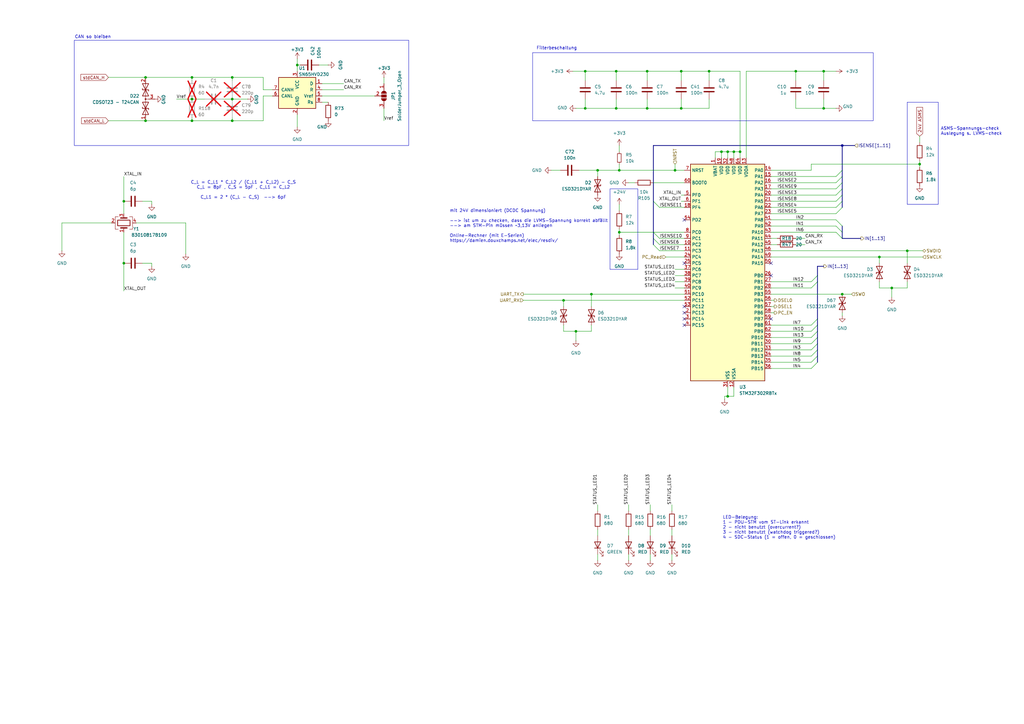
<source format=kicad_sch>
(kicad_sch
	(version 20231120)
	(generator "eeschema")
	(generator_version "8.0")
	(uuid "aa933140-9f4b-4735-968c-43a62bfa3dd4")
	(paper "A3")
	(title_block
		(title "PDU FT25")
		(date "2025-01-15")
		(rev "V1.2")
		(company "Janek Herm")
		(comment 1 "FaSTTUBe Electronics")
	)
	
	(junction
		(at 372.11 102.87)
		(diameter 0)
		(color 0 0 0 0)
		(uuid "011fb3dc-49db-4df5-b559-38f85c6453d7")
	)
	(junction
		(at 240.03 29.21)
		(diameter 0)
		(color 0 0 0 0)
		(uuid "1c1561dd-db1e-4379-88cb-32c62072201a")
	)
	(junction
		(at 95.25 31.75)
		(diameter 0)
		(color 0 0 0 0)
		(uuid "2909134b-3d57-4d2d-930f-c2f46d76c54e")
	)
	(junction
		(at 377.19 67.31)
		(diameter 0)
		(color 0 0 0 0)
		(uuid "311f828e-ff1f-4cf4-b987-2f4449bd4082")
	)
	(junction
		(at 95.25 49.53)
		(diameter 0)
		(color 0 0 0 0)
		(uuid "32bc5ba3-b62b-42dc-82e3-cb95cb6a2278")
	)
	(junction
		(at 345.44 59.69)
		(diameter 0)
		(color 0 0 0 0)
		(uuid "336ecfe3-4b6c-4c03-ad58-6e9f8ed49a93")
	)
	(junction
		(at 50.8 107.95)
		(diameter 0)
		(color 0 0 0 0)
		(uuid "3f0abc7e-c41f-457d-9166-5787dc6750ec")
	)
	(junction
		(at 78.74 40.64)
		(diameter 0)
		(color 0 0 0 0)
		(uuid "470305e6-4469-423b-a0b1-e2953ae99fd0")
	)
	(junction
		(at 298.45 162.56)
		(diameter 0)
		(color 0 0 0 0)
		(uuid "4a042d06-5575-481b-9363-db3682fcd0d8")
	)
	(junction
		(at 300.99 62.23)
		(diameter 0)
		(color 0 0 0 0)
		(uuid "4a5d67a8-f458-4ca3-8b92-21a112e0f4b4")
	)
	(junction
		(at 345.44 120.65)
		(diameter 0)
		(color 0 0 0 0)
		(uuid "5313608d-9ab5-48e5-82e8-55e235e03479")
	)
	(junction
		(at 337.82 44.45)
		(diameter 0)
		(color 0 0 0 0)
		(uuid "60d16c02-84b1-46a4-a9a4-92263b8dcb49")
	)
	(junction
		(at 231.14 123.19)
		(diameter 0)
		(color 0 0 0 0)
		(uuid "626ea7c1-1f42-4e13-92ec-5605ebdee387")
	)
	(junction
		(at 265.43 29.21)
		(diameter 0)
		(color 0 0 0 0)
		(uuid "67916b88-e6d0-4b5a-9f27-3bf6035e0635")
	)
	(junction
		(at 240.03 44.45)
		(diameter 0)
		(color 0 0 0 0)
		(uuid "7b12ecee-0c67-4465-8158-f60ce921a82f")
	)
	(junction
		(at 59.69 49.53)
		(diameter 0)
		(color 0 0 0 0)
		(uuid "7d48d275-4def-49ef-b085-5aa0c138e2f0")
	)
	(junction
		(at 326.39 29.21)
		(diameter 0)
		(color 0 0 0 0)
		(uuid "8065c336-233f-4333-8fb9-b0cf210d8d84")
	)
	(junction
		(at 252.73 29.21)
		(diameter 0)
		(color 0 0 0 0)
		(uuid "81124fb1-9228-4404-b2ec-46da02e0191c")
	)
	(junction
		(at 365.76 118.11)
		(diameter 0)
		(color 0 0 0 0)
		(uuid "82270b0f-876d-4834-8031-39dfa01b2c6f")
	)
	(junction
		(at 303.53 62.23)
		(diameter 0)
		(color 0 0 0 0)
		(uuid "92181147-f6d9-4a30-9e52-285e8f653835")
	)
	(junction
		(at 78.74 31.75)
		(diameter 0)
		(color 0 0 0 0)
		(uuid "952a4c72-7ac6-4c90-b284-d228a11ad936")
	)
	(junction
		(at 242.57 120.65)
		(diameter 0)
		(color 0 0 0 0)
		(uuid "95a581c5-e4bd-45c4-96a0-197a7042ffb5")
	)
	(junction
		(at 295.91 62.23)
		(diameter 0)
		(color 0 0 0 0)
		(uuid "9d39e635-6ccb-4356-8a35-e6683e33abc6")
	)
	(junction
		(at 265.43 44.45)
		(diameter 0)
		(color 0 0 0 0)
		(uuid "a024b72b-5e3f-46fb-a2e4-a5878e8a88f4")
	)
	(junction
		(at 254 95.25)
		(diameter 0)
		(color 0 0 0 0)
		(uuid "aaccc812-c088-498a-befd-eb96b122b5fd")
	)
	(junction
		(at 276.86 69.85)
		(diameter 0)
		(color 0 0 0 0)
		(uuid "bb8bbc0e-59ca-4c70-96e1-574d2a709031")
	)
	(junction
		(at 236.22 135.89)
		(diameter 0)
		(color 0 0 0 0)
		(uuid "bbf3a917-6a04-4fd5-b852-be679d151fde")
	)
	(junction
		(at 290.83 29.21)
		(diameter 0)
		(color 0 0 0 0)
		(uuid "c3804580-880e-42ec-9ac0-0d99145ce20d")
	)
	(junction
		(at 252.73 44.45)
		(diameter 0)
		(color 0 0 0 0)
		(uuid "cb8dda75-074d-4c4c-adc1-368befa4d039")
	)
	(junction
		(at 59.69 31.75)
		(diameter 0)
		(color 0 0 0 0)
		(uuid "d75b7bf1-045e-4ebc-ba5e-d28f4f4c79ce")
	)
	(junction
		(at 245.11 69.85)
		(diameter 0)
		(color 0 0 0 0)
		(uuid "dfeaeceb-2205-4019-aa61-2b137b393fbc")
	)
	(junction
		(at 254 69.85)
		(diameter 0)
		(color 0 0 0 0)
		(uuid "e2b50f20-59e9-4842-97d3-a31cc6b12de2")
	)
	(junction
		(at 121.92 26.67)
		(diameter 0)
		(color 0 0 0 0)
		(uuid "e2d03ef5-6f0d-42ac-b206-09a65441fc7c")
	)
	(junction
		(at 78.74 49.53)
		(diameter 0)
		(color 0 0 0 0)
		(uuid "e3bee0d1-ee56-45a2-b990-12f34ff6079d")
	)
	(junction
		(at 360.68 105.41)
		(diameter 0)
		(color 0 0 0 0)
		(uuid "efedf725-2801-4356-be55-6b5641a8266e")
	)
	(junction
		(at 95.25 40.64)
		(diameter 0)
		(color 0 0 0 0)
		(uuid "effeb44b-6653-4665-8798-a89e5d31ce18")
	)
	(junction
		(at 337.82 29.21)
		(diameter 0)
		(color 0 0 0 0)
		(uuid "f3432773-749d-40c3-8aa7-240cc93fb599")
	)
	(junction
		(at 298.45 62.23)
		(diameter 0)
		(color 0 0 0 0)
		(uuid "f5034439-030d-403b-8d95-4d009b618e77")
	)
	(junction
		(at 279.4 44.45)
		(diameter 0)
		(color 0 0 0 0)
		(uuid "f79ecdf7-8915-4abb-bd2a-27ce32ad523f")
	)
	(junction
		(at 50.8 82.55)
		(diameter 0)
		(color 0 0 0 0)
		(uuid "fae630a0-039d-4377-924c-fa0472bec5a4")
	)
	(junction
		(at 279.4 29.21)
		(diameter 0)
		(color 0 0 0 0)
		(uuid "fc270b45-755a-4224-a4f1-a9ea4d6490f5")
	)
	(no_connect
		(at 280.67 125.73)
		(uuid "3d18cbec-9d6d-4b25-acd5-d8fdd5b8b0be")
	)
	(no_connect
		(at 280.67 90.17)
		(uuid "4865fe96-237f-418e-93a3-2eaf2c765084")
	)
	(no_connect
		(at 280.67 133.35)
		(uuid "7856be83-4d7c-4af7-b194-20664f9d8832")
	)
	(no_connect
		(at 316.23 113.03)
		(uuid "8dac3224-e958-4a1c-876d-20be0b6c8628")
	)
	(no_connect
		(at 316.23 107.95)
		(uuid "8f06113e-c45d-4956-805b-218f9b13b4e8")
	)
	(no_connect
		(at 280.67 107.95)
		(uuid "969aafdd-ff23-44c3-be52-b64f08887ca4")
	)
	(no_connect
		(at 280.67 128.27)
		(uuid "abe8cae8-24bc-414c-8ea6-b1e7e6ab6cd4")
	)
	(no_connect
		(at 316.23 130.81)
		(uuid "f3edb4bb-b4ce-4188-b8ef-5f275d15386e")
	)
	(no_connect
		(at 280.67 130.81)
		(uuid "f93ca5e0-132f-4681-a72f-4e69937e5453")
	)
	(bus_entry
		(at 342.9 74.93)
		(size 2.54 -2.54)
		(stroke
			(width 0)
			(type default)
		)
		(uuid "0f44c7bf-42fb-4027-bf20-709ad1aa704a")
	)
	(bus_entry
		(at 332.74 143.51)
		(size 2.54 -2.54)
		(stroke
			(width 0)
			(type default)
		)
		(uuid "1a8c4578-18d3-4d5b-9d91-abbaf03e9138")
	)
	(bus_entry
		(at 342.9 82.55)
		(size 2.54 -2.54)
		(stroke
			(width 0)
			(type default)
		)
		(uuid "3746bdc5-d4d0-444e-a59d-ea02833a6a65")
	)
	(bus_entry
		(at 342.9 72.39)
		(size 2.54 -2.54)
		(stroke
			(width 0)
			(type default)
		)
		(uuid "3945f06b-623d-49c3-983b-f40b5edec678")
	)
	(bus_entry
		(at 342.9 87.63)
		(size 2.54 -2.54)
		(stroke
			(width 0)
			(type default)
		)
		(uuid "3ff9cecd-8190-4579-b1d8-07f660d68860")
	)
	(bus_entry
		(at 267.97 82.55)
		(size 2.54 2.54)
		(stroke
			(width 0)
			(type default)
		)
		(uuid "415918d5-945d-46a2-bcb2-58c2ce3f6977")
	)
	(bus_entry
		(at 332.74 118.11)
		(size 2.54 -2.54)
		(stroke
			(width 0)
			(type default)
		)
		(uuid "4957f270-e681-45e8-a176-90f5101326f9")
	)
	(bus_entry
		(at 342.9 77.47)
		(size 2.54 -2.54)
		(stroke
			(width 0)
			(type default)
		)
		(uuid "4c8b6feb-847b-42b4-8753-f006923bda77")
	)
	(bus_entry
		(at 342.9 95.25)
		(size 2.54 2.54)
		(stroke
			(width 0)
			(type default)
		)
		(uuid "52c108e7-42d8-40ea-9646-fd41e1b7635a")
	)
	(bus_entry
		(at 332.74 133.35)
		(size 2.54 -2.54)
		(stroke
			(width 0)
			(type default)
		)
		(uuid "56b096de-f889-42c6-a376-cc718212d028")
	)
	(bus_entry
		(at 332.74 140.97)
		(size 2.54 -2.54)
		(stroke
			(width 0)
			(type default)
		)
		(uuid "579023c9-aee9-4289-bcef-52162fcd86e4")
	)
	(bus_entry
		(at 342.9 90.17)
		(size 2.54 2.54)
		(stroke
			(width 0)
			(type default)
		)
		(uuid "5a9829a9-2752-40b1-90db-78e699e955aa")
	)
	(bus_entry
		(at 270.51 100.33)
		(size -2.54 -2.54)
		(stroke
			(width 0)
			(type default)
		)
		(uuid "64135b90-3a0c-4804-9fde-547c8272c55d")
	)
	(bus_entry
		(at 270.51 97.79)
		(size -2.54 -2.54)
		(stroke
			(width 0)
			(type default)
		)
		(uuid "6719ffa9-6a4f-44fe-8a9a-c324cb13ff44")
	)
	(bus_entry
		(at 342.9 92.71)
		(size 2.54 2.54)
		(stroke
			(width 0)
			(type default)
		)
		(uuid "6d55b9a8-3776-4f25-929e-c56e410e4a49")
	)
	(bus_entry
		(at 332.74 115.57)
		(size 2.54 -2.54)
		(stroke
			(width 0)
			(type default)
		)
		(uuid "7447557f-810c-4ffc-b3cf-e8a8b88576b2")
	)
	(bus_entry
		(at 270.51 102.87)
		(size -2.54 -2.54)
		(stroke
			(width 0)
			(type default)
		)
		(uuid "7ed18590-037b-413d-a1f3-a02291ce0ea9")
	)
	(bus_entry
		(at 332.74 148.59)
		(size 2.54 -2.54)
		(stroke
			(width 0)
			(type default)
		)
		(uuid "808fcb53-b6eb-4126-b4a3-839040796060")
	)
	(bus_entry
		(at 332.74 138.43)
		(size 2.54 -2.54)
		(stroke
			(width 0)
			(type default)
		)
		(uuid "90d7f3a5-58af-4177-955c-92363bd0700d")
	)
	(bus_entry
		(at 332.74 151.13)
		(size 2.54 -2.54)
		(stroke
			(width 0)
			(type default)
		)
		(uuid "96e2509f-440b-4476-a949-5afab6fe1157")
	)
	(bus_entry
		(at 342.9 80.01)
		(size 2.54 -2.54)
		(stroke
			(width 0)
			(type default)
		)
		(uuid "b0a68681-9431-48bb-8eb2-62215f344ead")
	)
	(bus_entry
		(at 342.9 85.09)
		(size 2.54 -2.54)
		(stroke
			(width 0)
			(type default)
		)
		(uuid "ea1a9b47-f76d-4abc-b8f5-fd23807434c3")
	)
	(bus_entry
		(at 332.74 146.05)
		(size 2.54 -2.54)
		(stroke
			(width 0)
			(type default)
		)
		(uuid "f601e2f6-d62a-4439-b759-53677e622b58")
	)
	(bus_entry
		(at 332.74 135.89)
		(size 2.54 -2.54)
		(stroke
			(width 0)
			(type default)
		)
		(uuid "fb76438c-e197-4f72-9ef1-1130912a6e42")
	)
	(wire
		(pts
			(xy 58.42 107.95) (xy 62.23 107.95)
		)
		(stroke
			(width 0)
			(type default)
		)
		(uuid "01bc861b-b165-42ff-8c3b-1565fa96b6cb")
	)
	(wire
		(pts
			(xy 377.19 58.42) (xy 377.19 55.88)
		)
		(stroke
			(width 0)
			(type default)
		)
		(uuid "02d18d42-d97e-4718-876a-30117100b9d9")
	)
	(wire
		(pts
			(xy 279.4 44.45) (xy 290.83 44.45)
		)
		(stroke
			(width 0)
			(type default)
		)
		(uuid "04342634-bf56-4170-94fb-99898055f07c")
	)
	(wire
		(pts
			(xy 121.92 26.67) (xy 123.19 26.67)
		)
		(stroke
			(width 0)
			(type default)
		)
		(uuid "04624f39-4f16-4cd8-945f-0c0f280b88d6")
	)
	(wire
		(pts
			(xy 111.76 36.83) (xy 107.95 36.83)
		)
		(stroke
			(width 0)
			(type default)
		)
		(uuid "04ce5f16-006c-484e-9448-6f35bc303ded")
	)
	(wire
		(pts
			(xy 298.45 64.77) (xy 298.45 62.23)
		)
		(stroke
			(width 0)
			(type default)
		)
		(uuid "0635cc89-ab21-411b-b2fb-734cbbdf8e6c")
	)
	(wire
		(pts
			(xy 72.39 40.64) (xy 78.74 40.64)
		)
		(stroke
			(width 0)
			(type default)
		)
		(uuid "067e1c89-22ea-4cd0-ac58-970449aa4157")
	)
	(wire
		(pts
			(xy 360.68 118.11) (xy 365.76 118.11)
		)
		(stroke
			(width 0)
			(type default)
		)
		(uuid "06af84a9-4fe0-46df-a673-fdffb9ae579b")
	)
	(wire
		(pts
			(xy 265.43 44.45) (xy 279.4 44.45)
		)
		(stroke
			(width 0)
			(type default)
		)
		(uuid "06cd50e4-a84d-4173-93ad-9c195c5ec8b1")
	)
	(wire
		(pts
			(xy 132.08 36.83) (xy 140.97 36.83)
		)
		(stroke
			(width 0)
			(type default)
		)
		(uuid "07d36fce-b92d-4ebb-924c-b0c58b3ef7ca")
	)
	(wire
		(pts
			(xy 254 95.25) (xy 267.97 95.25)
		)
		(stroke
			(width 0)
			(type default)
		)
		(uuid "08e5a2d8-f52d-4e51-88ae-1aa4173a3966")
	)
	(wire
		(pts
			(xy 326.39 100.33) (xy 330.2 100.33)
		)
		(stroke
			(width 0)
			(type default)
		)
		(uuid "09722ccd-1166-497f-a94c-e44e9be372b5")
	)
	(wire
		(pts
			(xy 293.37 62.23) (xy 295.91 62.23)
		)
		(stroke
			(width 0)
			(type default)
		)
		(uuid "0ad49cbe-2a59-4aad-8360-58993f3de25e")
	)
	(wire
		(pts
			(xy 273.05 105.41) (xy 280.67 105.41)
		)
		(stroke
			(width 0)
			(type default)
		)
		(uuid "0bc28ca4-8f1e-4623-ac18-3bdbbf65d63a")
	)
	(wire
		(pts
			(xy 266.7 207.01) (xy 266.7 209.55)
		)
		(stroke
			(width 0)
			(type default)
		)
		(uuid "0bf4fa6e-f353-4c5b-89b0-744fdf8daf9d")
	)
	(wire
		(pts
			(xy 78.74 31.75) (xy 78.74 33.02)
		)
		(stroke
			(width 0)
			(type default)
		)
		(uuid "0ea186d4-0575-4211-a5c2-c47d1a397213")
	)
	(bus
		(pts
			(xy 345.44 92.71) (xy 345.44 95.25)
		)
		(stroke
			(width 0)
			(type default)
		)
		(uuid "11f67c83-3ffd-46d0-aec1-8c99a833f6e3")
	)
	(wire
		(pts
			(xy 240.03 44.45) (xy 252.73 44.45)
		)
		(stroke
			(width 0)
			(type default)
		)
		(uuid "1231f68a-96d2-44b7-8d3c-b74c91867cc1")
	)
	(wire
		(pts
			(xy 78.74 48.26) (xy 78.74 49.53)
		)
		(stroke
			(width 0)
			(type default)
		)
		(uuid "129613d9-101d-4f0c-8d4a-a64ce9206fbe")
	)
	(wire
		(pts
			(xy 252.73 29.21) (xy 265.43 29.21)
		)
		(stroke
			(width 0)
			(type default)
		)
		(uuid "1351a6f2-d547-4c92-a7bd-fc66aa2b7b1c")
	)
	(wire
		(pts
			(xy 242.57 133.35) (xy 242.57 135.89)
		)
		(stroke
			(width 0)
			(type default)
		)
		(uuid "1465ca23-40a4-46ec-b0f8-03f7ee145ad2")
	)
	(wire
		(pts
			(xy 132.08 41.91) (xy 134.62 41.91)
		)
		(stroke
			(width 0)
			(type default)
		)
		(uuid "14f3c7a6-d742-4322-bb88-1c8b862b32bd")
	)
	(wire
		(pts
			(xy 316.23 85.09) (xy 342.9 85.09)
		)
		(stroke
			(width 0)
			(type default)
		)
		(uuid "1563780a-b8ea-48ce-ab08-85a32f8ef187")
	)
	(wire
		(pts
			(xy 50.8 72.39) (xy 50.8 82.55)
		)
		(stroke
			(width 0)
			(type default)
		)
		(uuid "156a91e1-7575-43e4-ad21-502973462c11")
	)
	(wire
		(pts
			(xy 231.14 135.89) (xy 231.14 133.35)
		)
		(stroke
			(width 0)
			(type default)
		)
		(uuid "157e1d50-e501-4dc1-82d3-3f6de57d9811")
	)
	(wire
		(pts
			(xy 242.57 120.65) (xy 280.67 120.65)
		)
		(stroke
			(width 0)
			(type default)
		)
		(uuid "1c82b389-0ccd-411f-b0dd-64169c5ee93b")
	)
	(wire
		(pts
			(xy 270.51 85.09) (xy 280.67 85.09)
		)
		(stroke
			(width 0)
			(type default)
		)
		(uuid "1ddaf174-0c95-486d-ba76-21612d5dfbc2")
	)
	(wire
		(pts
			(xy 245.11 227.33) (xy 245.11 229.87)
		)
		(stroke
			(width 0)
			(type default)
		)
		(uuid "1f718422-99da-4137-9d23-e032c03b928c")
	)
	(wire
		(pts
			(xy 78.74 49.53) (xy 95.25 49.53)
		)
		(stroke
			(width 0)
			(type default)
		)
		(uuid "20098200-20b7-498b-9c5a-1c253e7e5f5b")
	)
	(bus
		(pts
			(xy 345.44 69.85) (xy 345.44 72.39)
		)
		(stroke
			(width 0)
			(type default)
		)
		(uuid "2251dd67-3d1a-45bd-95a7-174c40e8a15b")
	)
	(wire
		(pts
			(xy 55.88 91.44) (xy 76.2 91.44)
		)
		(stroke
			(width 0)
			(type default)
		)
		(uuid "237a38f9-6614-4bbc-b48b-aa6c4183ece0")
	)
	(wire
		(pts
			(xy 377.19 66.04) (xy 377.19 67.31)
		)
		(stroke
			(width 0)
			(type default)
		)
		(uuid "242ca8e3-8ac4-4d29-8295-d68ee03413d1")
	)
	(wire
		(pts
			(xy 372.11 102.87) (xy 378.46 102.87)
		)
		(stroke
			(width 0)
			(type default)
		)
		(uuid "24abb6d5-4626-4519-b279-895ef4faf25c")
	)
	(wire
		(pts
			(xy 121.92 24.13) (xy 121.92 26.67)
		)
		(stroke
			(width 0)
			(type default)
		)
		(uuid "253308ce-4f34-45f1-a309-15a60f1e19ef")
	)
	(bus
		(pts
			(xy 335.28 130.81) (xy 335.28 133.35)
		)
		(stroke
			(width 0)
			(type default)
		)
		(uuid "25755da5-b2ff-4cff-8bc2-24cd8eade220")
	)
	(bus
		(pts
			(xy 345.44 74.93) (xy 345.44 77.47)
		)
		(stroke
			(width 0)
			(type default)
		)
		(uuid "262d263f-f433-4679-862b-308035de0a2b")
	)
	(wire
		(pts
			(xy 377.19 67.31) (xy 377.19 68.58)
		)
		(stroke
			(width 0)
			(type default)
		)
		(uuid "26bc09cc-8c0a-4375-86fc-e47074c1f63b")
	)
	(wire
		(pts
			(xy 44.45 49.53) (xy 59.69 49.53)
		)
		(stroke
			(width 0)
			(type default)
		)
		(uuid "274e5ee3-d781-4532-b53c-05387a81ff92")
	)
	(wire
		(pts
			(xy 316.23 118.11) (xy 332.74 118.11)
		)
		(stroke
			(width 0)
			(type default)
		)
		(uuid "2887116b-bea2-468f-885b-5166edebab89")
	)
	(wire
		(pts
			(xy 95.25 48.26) (xy 95.25 49.53)
		)
		(stroke
			(width 0)
			(type default)
		)
		(uuid "2c36341c-e8ad-4c3f-828b-51d06c455951")
	)
	(wire
		(pts
			(xy 231.14 123.19) (xy 231.14 125.73)
		)
		(stroke
			(width 0)
			(type default)
		)
		(uuid "2c550914-75dd-41a4-85f1-6281fd0a4d4b")
	)
	(wire
		(pts
			(xy 297.18 162.56) (xy 297.18 163.83)
		)
		(stroke
			(width 0)
			(type default)
		)
		(uuid "2e6a84cd-4428-4a5b-8eac-d5d5a9e09196")
	)
	(wire
		(pts
			(xy 265.43 44.45) (xy 252.73 44.45)
		)
		(stroke
			(width 0)
			(type default)
		)
		(uuid "30049d16-312a-40c3-b4e3-d52ec94734e7")
	)
	(bus
		(pts
			(xy 335.28 146.05) (xy 335.28 148.59)
		)
		(stroke
			(width 0)
			(type default)
		)
		(uuid "309f5f35-3328-4fa8-b4c3-460525690a03")
	)
	(wire
		(pts
			(xy 316.23 72.39) (xy 342.9 72.39)
		)
		(stroke
			(width 0)
			(type default)
		)
		(uuid "31d32d8b-498b-4e2e-a65c-ff11263582c5")
	)
	(wire
		(pts
			(xy 254 86.36) (xy 254 83.82)
		)
		(stroke
			(width 0)
			(type default)
		)
		(uuid "336dd7a3-3351-448e-a2f7-0a868d778216")
	)
	(wire
		(pts
			(xy 236.22 135.89) (xy 236.22 139.7)
		)
		(stroke
			(width 0)
			(type default)
		)
		(uuid "3391f9c0-1432-4401-8274-c3c771b182a4")
	)
	(bus
		(pts
			(xy 267.97 95.25) (xy 267.97 97.79)
		)
		(stroke
			(width 0)
			(type default)
		)
		(uuid "33f73685-2792-44e9-b5b0-05bbf7fcddaf")
	)
	(wire
		(pts
			(xy 266.7 217.17) (xy 266.7 219.71)
		)
		(stroke
			(width 0)
			(type default)
		)
		(uuid "34478a33-d1b1-4338-b1b6-16785ed628a0")
	)
	(bus
		(pts
			(xy 345.44 59.69) (xy 345.44 69.85)
		)
		(stroke
			(width 0)
			(type default)
		)
		(uuid "35dec71b-26c6-47fc-8b49-5e8e283a85f2")
	)
	(wire
		(pts
			(xy 270.51 100.33) (xy 280.67 100.33)
		)
		(stroke
			(width 0)
			(type default)
		)
		(uuid "374ea217-4be8-4b55-9567-a3387401ee1c")
	)
	(wire
		(pts
			(xy 342.9 44.45) (xy 337.82 44.45)
		)
		(stroke
			(width 0)
			(type default)
		)
		(uuid "380ed02c-02ec-493d-8e7a-a4d524cb20de")
	)
	(wire
		(pts
			(xy 316.23 138.43) (xy 332.74 138.43)
		)
		(stroke
			(width 0)
			(type default)
		)
		(uuid "3a208043-40df-48e3-96d8-2487d26fc72c")
	)
	(wire
		(pts
			(xy 236.22 44.45) (xy 240.03 44.45)
		)
		(stroke
			(width 0)
			(type default)
		)
		(uuid "3ad73296-22dc-403c-848b-592e5ee820e8")
	)
	(wire
		(pts
			(xy 280.67 118.11) (xy 276.86 118.11)
		)
		(stroke
			(width 0)
			(type default)
		)
		(uuid "3bf0defa-f434-4da3-9852-926b797769df")
	)
	(wire
		(pts
			(xy 306.07 29.21) (xy 326.39 29.21)
		)
		(stroke
			(width 0)
			(type default)
		)
		(uuid "3cf2ceea-35e9-4eb7-a160-b660911651bb")
	)
	(wire
		(pts
			(xy 267.97 95.25) (xy 280.67 95.25)
		)
		(stroke
			(width 0)
			(type default)
		)
		(uuid "3d16aa63-6a30-475f-8032-7202d08f3907")
	)
	(wire
		(pts
			(xy 316.23 133.35) (xy 332.74 133.35)
		)
		(stroke
			(width 0)
			(type default)
		)
		(uuid "3e4b90b5-23af-4990-a30f-addd83c93519")
	)
	(wire
		(pts
			(xy 316.23 92.71) (xy 342.9 92.71)
		)
		(stroke
			(width 0)
			(type default)
		)
		(uuid "3f3265f9-c18a-4c90-9076-96d9d1762ce8")
	)
	(wire
		(pts
			(xy 303.53 62.23) (xy 303.53 29.21)
		)
		(stroke
			(width 0)
			(type default)
		)
		(uuid "3fbf1dcd-d369-4d97-86e5-0d64166f1695")
	)
	(wire
		(pts
			(xy 111.76 39.37) (xy 107.95 39.37)
		)
		(stroke
			(width 0)
			(type default)
		)
		(uuid "433a9bd0-c4d3-45af-9bb9-a8a1648b5d0a")
	)
	(wire
		(pts
			(xy 44.45 31.75) (xy 59.69 31.75)
		)
		(stroke
			(width 0)
			(type default)
		)
		(uuid "4412c598-e00c-403a-a5e8-1df1ebe79e2c")
	)
	(bus
		(pts
			(xy 345.44 77.47) (xy 345.44 80.01)
		)
		(stroke
			(width 0)
			(type default)
		)
		(uuid "446d3b8a-b184-43ef-a483-c9827ee7e5e8")
	)
	(wire
		(pts
			(xy 279.4 29.21) (xy 290.83 29.21)
		)
		(stroke
			(width 0)
			(type default)
		)
		(uuid "44b7664b-4334-4003-b151-630ab004c928")
	)
	(wire
		(pts
			(xy 372.11 118.11) (xy 365.76 118.11)
		)
		(stroke
			(width 0)
			(type default)
		)
		(uuid "4800bad9-6f06-4d3c-bf38-d17eb414de1d")
	)
	(wire
		(pts
			(xy 134.62 26.67) (xy 130.81 26.67)
		)
		(stroke
			(width 0)
			(type default)
		)
		(uuid "488018a1-c63c-4e72-9bd5-1976cce0172a")
	)
	(wire
		(pts
			(xy 316.23 115.57) (xy 332.74 115.57)
		)
		(stroke
			(width 0)
			(type default)
		)
		(uuid "49c8365a-ca95-400b-ad63-9129e1136d9e")
	)
	(wire
		(pts
			(xy 300.99 64.77) (xy 300.99 62.23)
		)
		(stroke
			(width 0)
			(type default)
		)
		(uuid "4a81f28c-0a6a-4076-8b7b-e8bba29c0ade")
	)
	(wire
		(pts
			(xy 360.68 105.41) (xy 378.46 105.41)
		)
		(stroke
			(width 0)
			(type default)
		)
		(uuid "4b0fb995-16e8-4924-9090-aa604e816928")
	)
	(wire
		(pts
			(xy 265.43 40.64) (xy 265.43 44.45)
		)
		(stroke
			(width 0)
			(type default)
		)
		(uuid "4b690891-d34d-4a2c-b54b-a2bcf5e0cc9f")
	)
	(bus
		(pts
			(xy 267.97 59.69) (xy 267.97 82.55)
		)
		(stroke
			(width 0)
			(type default)
		)
		(uuid "4ba8ccba-e453-4230-9b0a-2d1e0788caac")
	)
	(wire
		(pts
			(xy 78.74 40.64) (xy 83.82 40.64)
		)
		(stroke
			(width 0)
			(type default)
		)
		(uuid "4bd024fb-1685-452e-a6bf-c127e24ffee7")
	)
	(wire
		(pts
			(xy 280.67 113.03) (xy 276.86 113.03)
		)
		(stroke
			(width 0)
			(type default)
		)
		(uuid "4d686276-809a-44e4-b3e6-33295a39cb5e")
	)
	(wire
		(pts
			(xy 316.23 105.41) (xy 360.68 105.41)
		)
		(stroke
			(width 0)
			(type default)
		)
		(uuid "5041efb4-b0cd-4bdc-8e62-0fcb005a0b74")
	)
	(wire
		(pts
			(xy 59.69 49.53) (xy 78.74 49.53)
		)
		(stroke
			(width 0)
			(type default)
		)
		(uuid "506edc40-1449-4a7b-a3df-6fc0e696fc78")
	)
	(wire
		(pts
			(xy 345.44 120.65) (xy 349.25 120.65)
		)
		(stroke
			(width 0)
			(type default)
		)
		(uuid "5142e485-75a2-4b99-8639-39b54d2807f6")
	)
	(wire
		(pts
			(xy 316.23 74.93) (xy 342.9 74.93)
		)
		(stroke
			(width 0)
			(type default)
		)
		(uuid "51c6b7a0-c71a-4d20-abba-9f1e5de5eaa8")
	)
	(wire
		(pts
			(xy 214.63 120.65) (xy 242.57 120.65)
		)
		(stroke
			(width 0)
			(type default)
		)
		(uuid "5207cf23-6b89-48ca-94f2-bc37a24192fc")
	)
	(wire
		(pts
			(xy 267.97 74.93) (xy 280.67 74.93)
		)
		(stroke
			(width 0)
			(type default)
		)
		(uuid "5457882c-466e-435a-a493-eb45347e573f")
	)
	(wire
		(pts
			(xy 254 93.98) (xy 254 95.25)
		)
		(stroke
			(width 0)
			(type default)
		)
		(uuid "5594d980-1253-4a7d-8f92-fa49c6434d84")
	)
	(wire
		(pts
			(xy 275.59 227.33) (xy 275.59 229.87)
		)
		(stroke
			(width 0)
			(type default)
		)
		(uuid "573af0e6-6fab-4c99-875e-6675a452eab1")
	)
	(wire
		(pts
			(xy 290.83 33.02) (xy 290.83 29.21)
		)
		(stroke
			(width 0)
			(type default)
		)
		(uuid "5762d99e-3126-4890-9607-31256a488ae7")
	)
	(wire
		(pts
			(xy 316.23 143.51) (xy 332.74 143.51)
		)
		(stroke
			(width 0)
			(type default)
		)
		(uuid "57c4bab5-a989-445b-aaad-9f7fb046ca6b")
	)
	(wire
		(pts
			(xy 240.03 29.21) (xy 252.73 29.21)
		)
		(stroke
			(width 0)
			(type default)
		)
		(uuid "592440ee-12c4-4be4-984c-ce759230f308")
	)
	(wire
		(pts
			(xy 76.2 91.44) (xy 76.2 104.14)
		)
		(stroke
			(width 0)
			(type default)
		)
		(uuid "5a8b6040-441b-4b5f-9807-5cdf16a26ad5")
	)
	(wire
		(pts
			(xy 254 69.85) (xy 276.86 69.85)
		)
		(stroke
			(width 0)
			(type default)
		)
		(uuid "5bff72cf-84d5-4a35-a479-cee7167288e0")
	)
	(wire
		(pts
			(xy 298.45 162.56) (xy 297.18 162.56)
		)
		(stroke
			(width 0)
			(type default)
		)
		(uuid "5fa66723-a87b-4fd8-a7ed-6a6ee875c26b")
	)
	(bus
		(pts
			(xy 335.28 138.43) (xy 335.28 140.97)
		)
		(stroke
			(width 0)
			(type default)
		)
		(uuid "61312873-5fe1-42fd-9fb3-f775d083cf32")
	)
	(bus
		(pts
			(xy 345.44 80.01) (xy 345.44 82.55)
		)
		(stroke
			(width 0)
			(type default)
		)
		(uuid "63056bca-8aa2-4c61-9c04-4ba2d5dd7eae")
	)
	(wire
		(pts
			(xy 318.77 97.79) (xy 316.23 97.79)
		)
		(stroke
			(width 0)
			(type default)
		)
		(uuid "640e7ef2-ac50-4a3d-b491-720fc4ede5e4")
	)
	(wire
		(pts
			(xy 265.43 29.21) (xy 279.4 29.21)
		)
		(stroke
			(width 0)
			(type default)
		)
		(uuid "66b9af82-6c1b-407a-b830-0a7aa102153f")
	)
	(wire
		(pts
			(xy 245.11 69.85) (xy 254 69.85)
		)
		(stroke
			(width 0)
			(type default)
		)
		(uuid "66fbc815-56c4-4aa8-8b02-e2734d7501f7")
	)
	(wire
		(pts
			(xy 316.23 135.89) (xy 332.74 135.89)
		)
		(stroke
			(width 0)
			(type default)
		)
		(uuid "6b3f2e83-c285-4a0e-812a-970aa35eb8f3")
	)
	(wire
		(pts
			(xy 280.67 115.57) (xy 276.86 115.57)
		)
		(stroke
			(width 0)
			(type default)
		)
		(uuid "6c1e18e5-29de-4d47-831a-a5fba3321085")
	)
	(wire
		(pts
			(xy 276.86 67.31) (xy 276.86 69.85)
		)
		(stroke
			(width 0)
			(type default)
		)
		(uuid "70625563-a097-4b0a-a81d-15bb826a1032")
	)
	(wire
		(pts
			(xy 231.14 123.19) (xy 280.67 123.19)
		)
		(stroke
			(width 0)
			(type default)
		)
		(uuid "71fbcbc7-bf8a-4a19-9647-4c101a51522e")
	)
	(wire
		(pts
			(xy 242.57 120.65) (xy 242.57 125.73)
		)
		(stroke
			(width 0)
			(type default)
		)
		(uuid "73b98dab-d36d-4942-84f4-1c29626f61b6")
	)
	(wire
		(pts
			(xy 316.23 151.13) (xy 332.74 151.13)
		)
		(stroke
			(width 0)
			(type default)
		)
		(uuid "78a1b69a-85ae-4515-a0a1-e32eb2d8856e")
	)
	(wire
		(pts
			(xy 257.81 217.17) (xy 257.81 219.71)
		)
		(stroke
			(width 0)
			(type default)
		)
		(uuid "791a09bf-b5e3-4a76-ab8d-ab77a05166b1")
	)
	(wire
		(pts
			(xy 316.23 120.65) (xy 345.44 120.65)
		)
		(stroke
			(width 0)
			(type default)
		)
		(uuid "7afe081f-ff81-4631-9152-55ea34458800")
	)
	(wire
		(pts
			(xy 275.59 217.17) (xy 275.59 219.71)
		)
		(stroke
			(width 0)
			(type default)
		)
		(uuid "7bccdd04-4201-4262-afdb-1f717b63954d")
	)
	(wire
		(pts
			(xy 365.76 118.11) (xy 365.76 121.92)
		)
		(stroke
			(width 0)
			(type default)
		)
		(uuid "7ce15126-e46f-450a-88cf-bf021729bbd4")
	)
	(wire
		(pts
			(xy 300.99 162.56) (xy 298.45 162.56)
		)
		(stroke
			(width 0)
			(type default)
		)
		(uuid "7d3688bd-ee5d-46b9-bb87-c57b2f2ef841")
	)
	(wire
		(pts
			(xy 372.11 102.87) (xy 372.11 107.95)
		)
		(stroke
			(width 0)
			(type default)
		)
		(uuid "7d8e42e8-1bd0-4296-9880-9fba3a45d953")
	)
	(wire
		(pts
			(xy 157.48 44.45) (xy 157.48 49.53)
		)
		(stroke
			(width 0)
			(type default)
		)
		(uuid "7e2d27f6-8dc6-4db9-a014-b25d12f38c27")
	)
	(wire
		(pts
			(xy 318.77 100.33) (xy 316.23 100.33)
		)
		(stroke
			(width 0)
			(type default)
		)
		(uuid "7e9898dd-c6fc-4604-8d67-25d9df0d3ea7")
	)
	(wire
		(pts
			(xy 316.23 146.05) (xy 332.74 146.05)
		)
		(stroke
			(width 0)
			(type default)
		)
		(uuid "7ef32392-76db-40d3-a157-49cf1b4ba958")
	)
	(wire
		(pts
			(xy 252.73 44.45) (xy 252.73 40.64)
		)
		(stroke
			(width 0)
			(type default)
		)
		(uuid "7f21f788-b78d-4607-b25e-c29c60fd01ee")
	)
	(wire
		(pts
			(xy 332.74 67.31) (xy 377.19 67.31)
		)
		(stroke
			(width 0)
			(type default)
		)
		(uuid "81caabdd-9375-4e6a-b542-c27f630f4e32")
	)
	(wire
		(pts
			(xy 62.23 82.55) (xy 62.23 83.82)
		)
		(stroke
			(width 0)
			(type default)
		)
		(uuid "82d2361f-95f7-4d66-9957-8c501dd28cd9")
	)
	(wire
		(pts
			(xy 245.11 217.17) (xy 245.11 219.71)
		)
		(stroke
			(width 0)
			(type default)
		)
		(uuid "83d840ed-51d0-4a2b-8c4b-8841ec896b9f")
	)
	(wire
		(pts
			(xy 280.67 110.49) (xy 276.86 110.49)
		)
		(stroke
			(width 0)
			(type default)
		)
		(uuid "84ae6afc-bf8f-4321-8fe0-1256ddb2d700")
	)
	(wire
		(pts
			(xy 279.4 80.01) (xy 280.67 80.01)
		)
		(stroke
			(width 0)
			(type default)
		)
		(uuid "84f07f24-75f3-4cc7-b54e-ff3a21911909")
	)
	(wire
		(pts
			(xy 298.45 158.75) (xy 298.45 162.56)
		)
		(stroke
			(width 0)
			(type default)
		)
		(uuid "8505f2cd-1e7f-4f98-99a1-831800ae8140")
	)
	(wire
		(pts
			(xy 316.23 69.85) (xy 332.74 69.85)
		)
		(stroke
			(width 0)
			(type default)
		)
		(uuid "85819cca-689f-47d8-b803-634eac7c9223")
	)
	(wire
		(pts
			(xy 132.08 39.37) (xy 153.67 39.37)
		)
		(stroke
			(width 0)
			(type default)
		)
		(uuid "85e8d5ff-9194-472a-81fe-81f1d2fb2bc7")
	)
	(wire
		(pts
			(xy 279.4 29.21) (xy 279.4 33.02)
		)
		(stroke
			(width 0)
			(type default)
		)
		(uuid "86594fa4-96ef-4b6b-9fb4-99fd99a23170")
	)
	(wire
		(pts
			(xy 226.06 69.85) (xy 229.87 69.85)
		)
		(stroke
			(width 0)
			(type default)
		)
		(uuid "872cc783-8f89-4a31-8d69-30669783acd4")
	)
	(wire
		(pts
			(xy 298.45 62.23) (xy 300.99 62.23)
		)
		(stroke
			(width 0)
			(type default)
		)
		(uuid "87ddc8b3-f1a2-4d1c-91e8-606172ec47d6")
	)
	(wire
		(pts
			(xy 50.8 82.55) (xy 50.8 87.63)
		)
		(stroke
			(width 0)
			(type default)
		)
		(uuid "8cc9c820-3206-4fdf-b06d-d162614afe85")
	)
	(wire
		(pts
			(xy 316.23 95.25) (xy 342.9 95.25)
		)
		(stroke
			(width 0)
			(type default)
		)
		(uuid "8ce71bf8-38df-41cb-ae3c-5807499f1b40")
	)
	(wire
		(pts
			(xy 280.67 69.85) (xy 276.86 69.85)
		)
		(stroke
			(width 0)
			(type default)
		)
		(uuid "8e0c6015-c75f-4b40-8b31-6060fd9d7bdd")
	)
	(wire
		(pts
			(xy 257.81 207.01) (xy 257.81 209.55)
		)
		(stroke
			(width 0)
			(type default)
		)
		(uuid "91ab24a6-f08a-4e60-9cc2-e845e9436609")
	)
	(bus
		(pts
			(xy 335.28 133.35) (xy 335.28 135.89)
		)
		(stroke
			(width 0)
			(type default)
		)
		(uuid "93bb8650-5aae-410b-ba61-fa515d094bda")
	)
	(bus
		(pts
			(xy 267.97 59.69) (xy 345.44 59.69)
		)
		(stroke
			(width 0)
			(type default)
		)
		(uuid "96952c6d-506e-454c-b2d9-0948ab51e964")
	)
	(wire
		(pts
			(xy 260.35 74.93) (xy 257.81 74.93)
		)
		(stroke
			(width 0)
			(type default)
		)
		(uuid "96ba8d5b-8e4b-4926-a927-662bccc2db00")
	)
	(wire
		(pts
			(xy 240.03 33.02) (xy 240.03 29.21)
		)
		(stroke
			(width 0)
			(type default)
		)
		(uuid "96ed4aeb-ca18-43ce-b3d5-e2beccf8b493")
	)
	(bus
		(pts
			(xy 345.44 97.79) (xy 353.06 97.79)
		)
		(stroke
			(width 0)
			(type default)
		)
		(uuid "9726ac6b-182f-494a-96a9-8ad92728af28")
	)
	(wire
		(pts
			(xy 326.39 29.21) (xy 326.39 33.02)
		)
		(stroke
			(width 0)
			(type default)
		)
		(uuid "978b63ba-a51c-4bcc-8f6e-ce7e09ee5e8e")
	)
	(wire
		(pts
			(xy 245.11 69.85) (xy 245.11 72.39)
		)
		(stroke
			(width 0)
			(type default)
		)
		(uuid "97a0f518-37d8-4c54-b987-a70e8fcf889b")
	)
	(wire
		(pts
			(xy 295.91 64.77) (xy 295.91 62.23)
		)
		(stroke
			(width 0)
			(type default)
		)
		(uuid "99e28d3a-df39-45d6-a487-b1ca5e388bc1")
	)
	(wire
		(pts
			(xy 231.14 135.89) (xy 236.22 135.89)
		)
		(stroke
			(width 0)
			(type default)
		)
		(uuid "9b516c1e-2bbe-4e34-91fb-0d1eefd4b6ef")
	)
	(wire
		(pts
			(xy 326.39 40.64) (xy 326.39 44.45)
		)
		(stroke
			(width 0)
			(type default)
		)
		(uuid "9ba3c000-1f86-40f5-930e-17a4b93a145a")
	)
	(wire
		(pts
			(xy 300.99 158.75) (xy 300.99 162.56)
		)
		(stroke
			(width 0)
			(type default)
		)
		(uuid "9cc84406-31f7-4d0e-ad67-1f7cf798a249")
	)
	(bus
		(pts
			(xy 345.44 59.69) (xy 350.52 59.69)
		)
		(stroke
			(width 0)
			(type default)
		)
		(uuid "9ccbfe06-845b-49e2-82e7-bbf946473222")
	)
	(wire
		(pts
			(xy 59.69 31.75) (xy 78.74 31.75)
		)
		(stroke
			(width 0)
			(type default)
		)
		(uuid "9d321732-824c-479f-b7f6-8f39ef02dcc3")
	)
	(wire
		(pts
			(xy 62.23 107.95) (xy 62.23 109.22)
		)
		(stroke
			(width 0)
			(type default)
		)
		(uuid "a1cfd154-9e4c-4fa1-ae84-463076066448")
	)
	(wire
		(pts
			(xy 257.81 227.33) (xy 257.81 229.87)
		)
		(stroke
			(width 0)
			(type default)
		)
		(uuid "a4014b3b-9195-48e8-99e6-73147189ebcf")
	)
	(wire
		(pts
			(xy 326.39 44.45) (xy 337.82 44.45)
		)
		(stroke
			(width 0)
			(type default)
		)
		(uuid "a43cec6a-d0ed-46b8-aba0-fb17da6a7b27")
	)
	(wire
		(pts
			(xy 316.23 77.47) (xy 342.9 77.47)
		)
		(stroke
			(width 0)
			(type default)
		)
		(uuid "a45559c4-5009-4967-bb41-f08a50315a24")
	)
	(wire
		(pts
			(xy 316.23 140.97) (xy 332.74 140.97)
		)
		(stroke
			(width 0)
			(type default)
		)
		(uuid "a5ae0e91-8246-4a61-a617-896b3c268b2a")
	)
	(wire
		(pts
			(xy 337.82 40.64) (xy 337.82 44.45)
		)
		(stroke
			(width 0)
			(type default)
		)
		(uuid "a6b89ee7-afe8-418b-bf84-d68aeb398b0e")
	)
	(wire
		(pts
			(xy 306.07 29.21) (xy 306.07 64.77)
		)
		(stroke
			(width 0)
			(type default)
		)
		(uuid "a810b8d0-b173-40f9-a48d-d719fd48f49e")
	)
	(wire
		(pts
			(xy 332.74 69.85) (xy 332.74 67.31)
		)
		(stroke
			(width 0)
			(type default)
		)
		(uuid "a8113f14-7367-4784-b9e1-4b8b516eaa12")
	)
	(wire
		(pts
			(xy 265.43 29.21) (xy 265.43 33.02)
		)
		(stroke
			(width 0)
			(type default)
		)
		(uuid "a819c80f-747f-4919-8dfd-4e1fbe3e4983")
	)
	(wire
		(pts
			(xy 252.73 29.21) (xy 252.73 33.02)
		)
		(stroke
			(width 0)
			(type default)
		)
		(uuid "a8f2f973-3249-43a2-b027-2642782bdbb8")
	)
	(bus
		(pts
			(xy 337.82 109.22) (xy 335.28 109.22)
		)
		(stroke
			(width 0)
			(type default)
		)
		(uuid "aa0d9b0f-c318-42d8-9f8a-7062abad51ff")
	)
	(wire
		(pts
			(xy 372.11 115.57) (xy 372.11 118.11)
		)
		(stroke
			(width 0)
			(type default)
		)
		(uuid "ab11de8b-d27d-4f17-8804-3d4f4ce95f50")
	)
	(wire
		(pts
			(xy 254 67.31) (xy 254 69.85)
		)
		(stroke
			(width 0)
			(type default)
		)
		(uuid "ac99119a-7289-4b7d-bf4e-fa24584fd5e5")
	)
	(bus
		(pts
			(xy 267.97 97.79) (xy 267.97 100.33)
		)
		(stroke
			(width 0)
			(type default)
		)
		(uuid "ad1f7770-d867-4af5-aee1-86e6022744f6")
	)
	(wire
		(pts
			(xy 107.95 36.83) (xy 107.95 31.75)
		)
		(stroke
			(width 0)
			(type default)
		)
		(uuid "ad5145d6-835e-40ef-8320-271a0d601a4e")
	)
	(wire
		(pts
			(xy 245.11 207.01) (xy 245.11 209.55)
		)
		(stroke
			(width 0)
			(type default)
		)
		(uuid "ae829c98-bff4-4d8a-81b0-64763e4c104a")
	)
	(wire
		(pts
			(xy 270.51 102.87) (xy 280.67 102.87)
		)
		(stroke
			(width 0)
			(type default)
		)
		(uuid "aec3c96b-d324-4c83-b01c-f4470e85d085")
	)
	(wire
		(pts
			(xy 316.23 102.87) (xy 372.11 102.87)
		)
		(stroke
			(width 0)
			(type default)
		)
		(uuid "afb8c704-4be3-4065-870b-a1b3eed5d064")
	)
	(bus
		(pts
			(xy 345.44 95.25) (xy 345.44 97.79)
		)
		(stroke
			(width 0)
			(type default)
		)
		(uuid "b06b1619-1c34-4cfd-8d33-f5e5d2709422")
	)
	(wire
		(pts
			(xy 316.23 125.73) (xy 317.5 125.73)
		)
		(stroke
			(width 0)
			(type default)
		)
		(uuid "b15fcba5-384c-4137-ac70-66f5f602bdd6")
	)
	(bus
		(pts
			(xy 335.28 115.57) (xy 335.28 130.81)
		)
		(stroke
			(width 0)
			(type default)
		)
		(uuid "b25f1883-7899-40e6-bea0-dda4b69bc806")
	)
	(wire
		(pts
			(xy 266.7 227.33) (xy 266.7 229.87)
		)
		(stroke
			(width 0)
			(type default)
		)
		(uuid "b2be58c1-4836-480e-aa3b-ac80cc322cb8")
	)
	(wire
		(pts
			(xy 234.95 29.21) (xy 240.03 29.21)
		)
		(stroke
			(width 0)
			(type default)
		)
		(uuid "b2c18a8b-1856-404b-9568-1fbaa6d1aa7d")
	)
	(wire
		(pts
			(xy 300.99 62.23) (xy 303.53 62.23)
		)
		(stroke
			(width 0)
			(type default)
		)
		(uuid "b4d4436b-1e97-4b71-9d4a-efec7c2d29a0")
	)
	(wire
		(pts
			(xy 121.92 26.67) (xy 121.92 29.21)
		)
		(stroke
			(width 0)
			(type default)
		)
		(uuid "b59d0d87-af1c-44b8-8c95-246a18525198")
	)
	(wire
		(pts
			(xy 316.23 90.17) (xy 342.9 90.17)
		)
		(stroke
			(width 0)
			(type default)
		)
		(uuid "b694e302-39ae-4cec-8d85-dc68dfaa474a")
	)
	(wire
		(pts
			(xy 279.4 40.64) (xy 279.4 44.45)
		)
		(stroke
			(width 0)
			(type default)
		)
		(uuid "b8594858-a696-4f19-a9c8-df08777bfdd3")
	)
	(wire
		(pts
			(xy 316.23 123.19) (xy 317.5 123.19)
		)
		(stroke
			(width 0)
			(type default)
		)
		(uuid "bbb79d0e-0ba9-499f-bc7c-30b133b88b2a")
	)
	(wire
		(pts
			(xy 242.57 135.89) (xy 236.22 135.89)
		)
		(stroke
			(width 0)
			(type default)
		)
		(uuid "bd134b4f-2171-4eb5-86fc-5330b9a11363")
	)
	(wire
		(pts
			(xy 95.25 49.53) (xy 107.95 49.53)
		)
		(stroke
			(width 0)
			(type default)
		)
		(uuid "c2a42c62-e28b-43a6-8bb2-0a1f119a0e38")
	)
	(bus
		(pts
			(xy 345.44 72.39) (xy 345.44 74.93)
		)
		(stroke
			(width 0)
			(type default)
		)
		(uuid "c2c8d552-f034-4449-a3de-dedf3aad8f00")
	)
	(bus
		(pts
			(xy 335.28 135.89) (xy 335.28 138.43)
		)
		(stroke
			(width 0)
			(type default)
		)
		(uuid "c3730845-2d4f-471a-bb2e-3a0063f81c2c")
	)
	(wire
		(pts
			(xy 121.92 46.99) (xy 121.92 52.07)
		)
		(stroke
			(width 0)
			(type default)
		)
		(uuid "c3ec0945-321b-4b30-9522-0c21319a5f80")
	)
	(wire
		(pts
			(xy 107.95 39.37) (xy 107.95 49.53)
		)
		(stroke
			(width 0)
			(type default)
		)
		(uuid "c52a96ec-fb68-468e-b3cf-c886bc8728ae")
	)
	(bus
		(pts
			(xy 335.28 140.97) (xy 335.28 143.51)
		)
		(stroke
			(width 0)
			(type default)
		)
		(uuid "c54ff8af-a779-43fb-af24-bb46950bcc09")
	)
	(wire
		(pts
			(xy 132.08 34.29) (xy 140.97 34.29)
		)
		(stroke
			(width 0)
			(type default)
		)
		(uuid "c7a522df-9734-4702-b512-256d9a6e5778")
	)
	(wire
		(pts
			(xy 316.23 128.27) (xy 317.5 128.27)
		)
		(stroke
			(width 0)
			(type default)
		)
		(uuid "c9abefe4-3d70-46c7-a812-f3c50f80e825")
	)
	(wire
		(pts
			(xy 95.25 40.64) (xy 101.6 40.64)
		)
		(stroke
			(width 0)
			(type default)
		)
		(uuid "ca4d6cf7-17c8-4b62-ac2f-e6ef1ddb6abb")
	)
	(bus
		(pts
			(xy 345.44 82.55) (xy 345.44 85.09)
		)
		(stroke
			(width 0)
			(type default)
		)
		(uuid "ca8cfe9e-87ec-4a19-8f30-49bfa4505870")
	)
	(wire
		(pts
			(xy 316.23 148.59) (xy 332.74 148.59)
		)
		(stroke
			(width 0)
			(type default)
		)
		(uuid "ccec9f19-5dc7-4e41-9e22-3ba7de88e290")
	)
	(wire
		(pts
			(xy 91.44 40.64) (xy 95.25 40.64)
		)
		(stroke
			(width 0)
			(type default)
		)
		(uuid "d04a6fcf-4cdd-4d4d-b903-0c17ec3c718e")
	)
	(wire
		(pts
			(xy 25.4 91.44) (xy 45.72 91.44)
		)
		(stroke
			(width 0)
			(type default)
		)
		(uuid "d2c50efd-053f-4e2b-ab6b-ceb56e1390a6")
	)
	(wire
		(pts
			(xy 290.83 29.21) (xy 303.53 29.21)
		)
		(stroke
			(width 0)
			(type default)
		)
		(uuid "d30aab13-07f2-4457-b84a-c61ebd85324c")
	)
	(wire
		(pts
			(xy 237.49 69.85) (xy 245.11 69.85)
		)
		(stroke
			(width 0)
			(type default)
		)
		(uuid "d31fee49-a38b-402f-8bf8-bb45ee41492e")
	)
	(wire
		(pts
			(xy 290.83 40.64) (xy 290.83 44.45)
		)
		(stroke
			(width 0)
			(type default)
		)
		(uuid "d336c2f7-fd3c-4fa0-a3b6-30f66270e0dd")
	)
	(wire
		(pts
			(xy 50.8 95.25) (xy 50.8 107.95)
		)
		(stroke
			(width 0)
			(type default)
		)
		(uuid "d56de323-3a54-4038-a1e8-f67eb0943b0c")
	)
	(wire
		(pts
			(xy 157.48 34.29) (xy 157.48 31.75)
		)
		(stroke
			(width 0)
			(type default)
		)
		(uuid "d62ecc64-c152-4b0a-85bf-14bc416033b4")
	)
	(wire
		(pts
			(xy 275.59 207.01) (xy 275.59 209.55)
		)
		(stroke
			(width 0)
			(type default)
		)
		(uuid "d7c8bd47-7b73-4ea8-b196-0d40bce9a89c")
	)
	(wire
		(pts
			(xy 337.82 33.02) (xy 337.82 29.21)
		)
		(stroke
			(width 0)
			(type default)
		)
		(uuid "d952bab0-653b-435c-8a2f-6393719cdfa6")
	)
	(wire
		(pts
			(xy 25.4 91.44) (xy 25.4 102.87)
		)
		(stroke
			(width 0)
			(type default)
		)
		(uuid "dbad8be3-21c0-4e36-a154-4beb3e5395a5")
	)
	(wire
		(pts
			(xy 231.14 123.19) (xy 214.63 123.19)
		)
		(stroke
			(width 0)
			(type default)
		)
		(uuid "dbf144ae-e904-4368-a3cc-0269e933c61b")
	)
	(wire
		(pts
			(xy 316.23 80.01) (xy 342.9 80.01)
		)
		(stroke
			(width 0)
			(type default)
		)
		(uuid "dc7a3531-0422-497a-80c3-3ef7771970df")
	)
	(wire
		(pts
			(xy 326.39 97.79) (xy 330.2 97.79)
		)
		(stroke
			(width 0)
			(type default)
		)
		(uuid "ddac0376-e581-4f59-af0c-376284134561")
	)
	(wire
		(pts
			(xy 360.68 105.41) (xy 360.68 107.95)
		)
		(stroke
			(width 0)
			(type default)
		)
		(uuid "dde185dc-c1a6-4cff-a53f-51ea18e0f496")
	)
	(bus
		(pts
			(xy 335.28 113.03) (xy 335.28 115.57)
		)
		(stroke
			(width 0)
			(type default)
		)
		(uuid "de0a1780-03dc-4282-988e-24005d38b024")
	)
	(bus
		(pts
			(xy 335.28 109.22) (xy 335.28 113.03)
		)
		(stroke
			(width 0)
			(type default)
		)
		(uuid "df2cf0f7-cf69-4ceb-b9ba-dbfab7152832")
	)
	(wire
		(pts
			(xy 254 59.69) (xy 254 62.23)
		)
		(stroke
			(width 0)
			(type default)
		)
		(uuid "df962fbf-3186-49c7-b920-670e6de3619f")
	)
	(wire
		(pts
			(xy 270.51 97.79) (xy 280.67 97.79)
		)
		(stroke
			(width 0)
			(type default)
		)
		(uuid "e056fb87-e356-4c5f-a2aa-ef1101f35093")
	)
	(wire
		(pts
			(xy 295.91 62.23) (xy 298.45 62.23)
		)
		(stroke
			(width 0)
			(type default)
		)
		(uuid "e1b392db-7931-4964-964f-68fe177d16d9")
	)
	(wire
		(pts
			(xy 58.42 82.55) (xy 62.23 82.55)
		)
		(stroke
			(width 0)
			(type default)
		)
		(uuid "e226d350-8ebd-4450-9262-a530423ead9f")
	)
	(wire
		(pts
			(xy 360.68 118.11) (xy 360.68 115.57)
		)
		(stroke
			(width 0)
			(type default)
		)
		(uuid "e2e7c861-bb5f-4fb3-ad06-59502f28bab1")
	)
	(wire
		(pts
			(xy 326.39 29.21) (xy 337.82 29.21)
		)
		(stroke
			(width 0)
			(type default)
		)
		(uuid "e4c7bb4c-75bf-4ed2-b33c-57936b821a91")
	)
	(wire
		(pts
			(xy 279.4 82.55) (xy 280.67 82.55)
		)
		(stroke
			(width 0)
			(type default)
		)
		(uuid "e70d3f73-dbb7-4d50-9c00-19309e1069bb")
	)
	(wire
		(pts
			(xy 50.8 107.95) (xy 50.8 119.38)
		)
		(stroke
			(width 0)
			(type default)
		)
		(uuid "ec31fa83-8260-4c32-bd80-9faa55afb0f0")
	)
	(wire
		(pts
			(xy 342.9 29.21) (xy 337.82 29.21)
		)
		(stroke
			(width 0)
			(type default)
		)
		(uuid "ecfb946e-dee6-4e45-95fc-b5190899afab")
	)
	(wire
		(pts
			(xy 95.25 31.75) (xy 107.95 31.75)
		)
		(stroke
			(width 0)
			(type default)
		)
		(uuid "ed5581ec-24f0-4aee-86dc-8fa4679b5eb7")
	)
	(wire
		(pts
			(xy 78.74 31.75) (xy 95.25 31.75)
		)
		(stroke
			(width 0)
			(type default)
		)
		(uuid "ee9f27bc-a10a-47ba-a52b-a4e9281cde59")
	)
	(wire
		(pts
			(xy 254 96.52) (xy 254 95.25)
		)
		(stroke
			(width 0)
			(type default)
		)
		(uuid "efc60472-7e4b-42b7-b473-446bd5932cdd")
	)
	(wire
		(pts
			(xy 240.03 40.64) (xy 240.03 44.45)
		)
		(stroke
			(width 0)
			(type default)
		)
		(uuid "f8f11e7f-ddc0-4fe9-8460-b4625b615e14")
	)
	(bus
		(pts
			(xy 335.28 143.51) (xy 335.28 146.05)
		)
		(stroke
			(width 0)
			(type default)
		)
		(uuid "f9f6d47c-d436-48c3-84a7-f135566b17a6")
	)
	(wire
		(pts
			(xy 303.53 64.77) (xy 303.53 62.23)
		)
		(stroke
			(width 0)
			(type default)
		)
		(uuid "fa0fe15b-625c-4fcd-a37c-74e397977bdc")
	)
	(wire
		(pts
			(xy 293.37 64.77) (xy 293.37 62.23)
		)
		(stroke
			(width 0)
			(type default)
		)
		(uuid "fa6e5475-e914-4c66-8c18-c28d6966df60")
	)
	(wire
		(pts
			(xy 316.23 87.63) (xy 342.9 87.63)
		)
		(stroke
			(width 0)
			(type default)
		)
		(uuid "fb070b1a-fc87-466b-ab80-902a347329a6")
	)
	(wire
		(pts
			(xy 316.23 82.55) (xy 342.9 82.55)
		)
		(stroke
			(width 0)
			(type default)
		)
		(uuid "fd063ee6-d100-4124-856f-49d3dbfb70cc")
	)
	(wire
		(pts
			(xy 95.25 33.02) (xy 95.25 31.75)
		)
		(stroke
			(width 0)
			(type default)
		)
		(uuid "fdc82e97-42d6-4f95-a572-875294e7cd83")
	)
	(bus
		(pts
			(xy 267.97 82.55) (xy 267.97 95.25)
		)
		(stroke
			(width 0)
			(type default)
		)
		(uuid "fe9265b7-7bcf-4838-a8ac-0e0935210f58")
	)
	(wire
		(pts
			(xy 345.44 128.27) (xy 345.44 129.54)
		)
		(stroke
			(width 0)
			(type default)
		)
		(uuid "fee6a5c5-1dd1-42d8-b261-fac738d47e36")
	)
	(rectangle
		(start 30.48 16.51)
		(end 167.64 59.69)
		(stroke
			(width 0)
			(type default)
		)
		(fill
			(type none)
		)
		(uuid 30858d57-1cd2-4652-9a2a-71ae176ca307)
	)
	(rectangle
		(start 218.44 21.59)
		(end 358.14 49.53)
		(stroke
			(width 0)
			(type default)
		)
		(fill
			(type none)
		)
		(uuid 3681c90d-221f-46a9-accf-7ed7e4e2ed01)
	)
	(rectangle
		(start 372.11 41.91)
		(end 384.81 83.82)
		(stroke
			(width 0)
			(type default)
		)
		(fill
			(type none)
		)
		(uuid 5c2a6861-2558-43a8-9a0a-b3b4c549021a)
	)
	(rectangle
		(start 250.19 77.47)
		(end 261.62 110.49)
		(stroke
			(width 0)
			(type default)
		)
		(fill
			(type none)
		)
		(uuid 848af244-80b1-4e0e-8425-e5409fe46a43)
	)
	(text "C_L = C_L1 * C_L2 / (C_L1 + C_L2) - C_S\nC_L = 8pF , C_S = 5pF , C_L1 = C_L2\n\nC_L1 = 2 * (C_L - C_S)  --> 6pF"
		(exclude_from_sim no)
		(at 99.822 77.978 0)
		(effects
			(font
				(size 1.27 1.27)
			)
		)
		(uuid "1a8b17d6-89bd-48cd-9901-ea195dcd40b5")
	)
	(text "mit 24V dimensioniert (DCDC Spannung)\n\n--> ist um zu checken, dass die LVMS-Spannung korrekt abfällt\n--> am STM-Pin müssen ~3,13V anliegen\n\nOnline-Rechner (mit E-Serien)\nhttps://damien.douxchamps.net/elec/resdiv/"
		(exclude_from_sim no)
		(at 184.404 99.568 0)
		(effects
			(font
				(size 1.27 1.27)
			)
			(justify left bottom)
		)
		(uuid "367d726a-97e8-460e-bab0-87c8df58516c")
	)
	(text "LED-Belegung:\n1 - PDU-STM vom ST-Link erkannt\n2 - nicht benutzt (overcurrent?)\n3 - nicht benutzt (watchdog triggered?)\n4 - SDC-Status (1 = offen, 0 = geschlossen)"
		(exclude_from_sim no)
		(at 296.418 216.408 0)
		(effects
			(font
				(size 1.27 1.27)
			)
			(justify left)
		)
		(uuid "835b9fc7-013a-4810-82d1-557c1aa0c6b6")
	)
	(text "Filterbeschaltung"
		(exclude_from_sim no)
		(at 228.346 19.812 0)
		(effects
			(font
				(size 1.27 1.27)
				(thickness 0.1588)
			)
		)
		(uuid "9714d113-96a5-4f77-b0d7-d684f5bcbafd")
	)
	(text "ASMS-Spannungs-check\nAuslegung s. LVMS-check"
		(exclude_from_sim no)
		(at 385.826 53.848 0)
		(effects
			(font
				(size 1.27 1.27)
				(thickness 0.1588)
			)
			(justify left)
		)
		(uuid "a1440ace-dd70-473f-8221-426421028564")
	)
	(text "CAN so bleiben"
		(exclude_from_sim no)
		(at 38.1 15.24 0)
		(effects
			(font
				(size 1.27 1.27)
				(thickness 0.1588)
			)
		)
		(uuid "e9ee57ec-626f-42b3-8e6c-88928a6b9132")
	)
	(label "CAN_TX"
		(at 140.97 34.29 0)
		(fields_autoplaced yes)
		(effects
			(font
				(size 1.27 1.27)
			)
			(justify left bottom)
		)
		(uuid "0a4a85f7-6096-499c-b1c6-063823d9a123")
	)
	(label "ISENSE5"
		(at 318.77 87.63 0)
		(fields_autoplaced yes)
		(effects
			(font
				(size 1.27 1.27)
			)
			(justify left bottom)
		)
		(uuid "126ee22f-26ac-4cf3-bc03-97a317c5ce2c")
	)
	(label "ISENSE8"
		(at 318.77 82.55 0)
		(fields_autoplaced yes)
		(effects
			(font
				(size 1.27 1.27)
			)
			(justify left bottom)
		)
		(uuid "154df472-4d90-4f50-91f6-186fbc403218")
	)
	(label "IN10"
		(at 325.12 135.89 0)
		(fields_autoplaced yes)
		(effects
			(font
				(size 1.27 1.27)
			)
			(justify left bottom)
		)
		(uuid "2204e0a5-d9f1-431f-8775-629f5ad07f3b")
	)
	(label "STATUS_LED3"
		(at 266.7 207.01 90)
		(fields_autoplaced yes)
		(effects
			(font
				(size 1.27 1.27)
			)
			(justify left bottom)
		)
		(uuid "244b4271-67a7-4e0e-ae91-733b39936bcb")
	)
	(label "STATUS_LED2"
		(at 276.86 113.03 180)
		(fields_autoplaced yes)
		(effects
			(font
				(size 1.27 1.27)
			)
			(justify right bottom)
		)
		(uuid "24d54b28-0d06-4767-bc36-8dd8ba886bd2")
	)
	(label "ISENSE10"
		(at 270.51 97.79 0)
		(fields_autoplaced yes)
		(effects
			(font
				(size 1.27 1.27)
			)
			(justify left bottom)
		)
		(uuid "25f3d28f-e70b-49fb-b7af-006e32eb53a5")
	)
	(label "XTAL_IN"
		(at 279.4 80.01 180)
		(fields_autoplaced yes)
		(effects
			(font
				(size 1.27 1.27)
			)
			(justify right bottom)
		)
		(uuid "2700054e-68fa-495b-928c-9b79d0815b04")
	)
	(label "ISENSE11"
		(at 270.51 85.09 0)
		(fields_autoplaced yes)
		(effects
			(font
				(size 1.27 1.27)
			)
			(justify left bottom)
		)
		(uuid "29c82bec-ecb8-4b66-9e21-7c486de3d1fb")
	)
	(label "IN2"
		(at 326.39 90.17 0)
		(fields_autoplaced yes)
		(effects
			(font
				(size 1.27 1.27)
			)
			(justify left bottom)
		)
		(uuid "2fb05241-a1a2-48a8-b2a4-745e81b2402a")
	)
	(label "IN11"
		(at 325.12 118.11 0)
		(fields_autoplaced yes)
		(effects
			(font
				(size 1.27 1.27)
			)
			(justify left bottom)
		)
		(uuid "327e752d-5f59-49c4-a796-51bbd3da4a47")
	)
	(label "ISENSE9"
		(at 318.77 77.47 0)
		(fields_autoplaced yes)
		(effects
			(font
				(size 1.27 1.27)
			)
			(justify left bottom)
		)
		(uuid "4d425618-f1de-4447-85c6-4ad4ab1f287a")
	)
	(label "STATUS_LED4"
		(at 276.86 118.11 180)
		(fields_autoplaced yes)
		(effects
			(font
				(size 1.27 1.27)
			)
			(justify right bottom)
		)
		(uuid "53c0b140-216c-4cf2-a35c-3badaae31131")
	)
	(label "Vref"
		(at 157.48 49.53 0)
		(fields_autoplaced yes)
		(effects
			(font
				(size 1.27 1.27)
			)
			(justify left bottom)
		)
		(uuid "56641f54-fc43-4f46-af49-d6332e5c5487")
	)
	(label "IN3"
		(at 325.12 143.51 0)
		(fields_autoplaced yes)
		(effects
			(font
				(size 1.27 1.27)
			)
			(justify left bottom)
		)
		(uuid "57502eaf-54ac-4222-ace2-d313fa19c647")
	)
	(label "ISENSE7"
		(at 270.51 102.87 0)
		(fields_autoplaced yes)
		(effects
			(font
				(size 1.27 1.27)
			)
			(justify left bottom)
		)
		(uuid "5a98635b-fc9b-45c2-a770-8adbc8cd34a0")
	)
	(label "ISENSE3"
		(at 318.77 80.01 0)
		(fields_autoplaced yes)
		(effects
			(font
				(size 1.27 1.27)
			)
			(justify left bottom)
		)
		(uuid "5b6a7f15-9a2e-40a6-a98e-bbc1988b7c3a")
	)
	(label "IN1"
		(at 326.39 92.71 0)
		(fields_autoplaced yes)
		(effects
			(font
				(size 1.27 1.27)
			)
			(justify left bottom)
		)
		(uuid "66b91826-b772-452d-9134-7cc4374cea65")
	)
	(label "IN9"
		(at 325.12 140.97 0)
		(fields_autoplaced yes)
		(effects
			(font
				(size 1.27 1.27)
			)
			(justify left bottom)
		)
		(uuid "7bd42c32-4264-4950-804e-3de44e78aa5e")
	)
	(label "STATUS_LED1"
		(at 276.86 110.49 180)
		(fields_autoplaced yes)
		(effects
			(font
				(size 1.27 1.27)
			)
			(justify right bottom)
		)
		(uuid "7d4cdf5f-8674-465c-88bd-bfe4750353bb")
	)
	(label "STATUS_LED1"
		(at 245.11 207.01 90)
		(fields_autoplaced yes)
		(effects
			(font
				(size 1.27 1.27)
			)
			(justify left bottom)
		)
		(uuid "7d50187c-868b-41ac-9f84-ecff3800d770")
	)
	(label "STATUS_LED2"
		(at 257.81 207.01 90)
		(fields_autoplaced yes)
		(effects
			(font
				(size 1.27 1.27)
			)
			(justify left bottom)
		)
		(uuid "8177dc02-17dd-4cfa-86a2-02741849c02a")
	)
	(label "ISENSE6"
		(at 270.51 100.33 0)
		(fields_autoplaced yes)
		(effects
			(font
				(size 1.27 1.27)
			)
			(justify left bottom)
		)
		(uuid "8b38eb6d-ab82-4b13-8ea9-954b491513e2")
	)
	(label "CAN_RX"
		(at 140.97 36.83 0)
		(fields_autoplaced yes)
		(effects
			(font
				(size 1.27 1.27)
			)
			(justify left bottom)
		)
		(uuid "8eea8c8f-5f4c-45a3-a86e-62932248b2df")
	)
	(label "IN12"
		(at 325.12 115.57 0)
		(fields_autoplaced yes)
		(effects
			(font
				(size 1.27 1.27)
			)
			(justify left bottom)
		)
		(uuid "9cf21b30-0341-4565-ae2d-320b47e6d4db")
	)
	(label "ISENSE4"
		(at 318.77 85.09 0)
		(fields_autoplaced yes)
		(effects
			(font
				(size 1.27 1.27)
			)
			(justify left bottom)
		)
		(uuid "aa620f5b-bd01-4f69-b0b2-fb9cd317774b")
	)
	(label "XTAL_OUT"
		(at 279.4 82.55 180)
		(fields_autoplaced yes)
		(effects
			(font
				(size 1.27 1.27)
			)
			(justify right bottom)
		)
		(uuid "b03a82ef-b78e-4833-a8cb-fda08e3e2a0a")
	)
	(label "CAN_RX"
		(at 330.2 97.79 0)
		(fields_autoplaced yes)
		(effects
			(font
				(size 1.27 1.27)
			)
			(justify left bottom)
		)
		(uuid "bea5f28c-aa3a-4146-ac54-d8fb9aa1ba87")
	)
	(label "IN6"
		(at 326.39 95.25 0)
		(fields_autoplaced yes)
		(effects
			(font
				(size 1.27 1.27)
			)
			(justify left bottom)
		)
		(uuid "c233c081-18e3-47c7-afc0-0f3e9e2bddf1")
	)
	(label "XTAL_OUT"
		(at 50.8 119.38 0)
		(fields_autoplaced yes)
		(effects
			(font
				(size 1.27 1.27)
			)
			(justify left bottom)
		)
		(uuid "c36da402-000c-4da0-ad16-4df4eabd3a21")
	)
	(label "ISENSE2"
		(at 318.77 74.93 0)
		(fields_autoplaced yes)
		(effects
			(font
				(size 1.27 1.27)
			)
			(justify left bottom)
		)
		(uuid "c582e21b-9359-4889-b849-0740ff1cdb57")
	)
	(label "IN5"
		(at 325.12 148.59 0)
		(fields_autoplaced yes)
		(effects
			(font
				(size 1.27 1.27)
			)
			(justify left bottom)
		)
		(uuid "ca39cfff-e643-40bf-992e-2b7841bebdd5")
	)
	(label "ISENSE1"
		(at 318.77 72.39 0)
		(fields_autoplaced yes)
		(effects
			(font
				(size 1.27 1.27)
			)
			(justify left bottom)
		)
		(uuid "cc0247db-6082-4eec-886d-9388dddb1e47")
	)
	(label "XTAL_IN"
		(at 50.8 72.39 0)
		(fields_autoplaced yes)
		(effects
			(font
				(size 1.27 1.27)
			)
			(justify left bottom)
		)
		(uuid "cf6c05e5-4df6-4551-9719-dba090f99631")
	)
	(label "STATUS_LED4"
		(at 275.59 207.01 90)
		(fields_autoplaced yes)
		(effects
			(font
				(size 1.27 1.27)
			)
			(justify left bottom)
		)
		(uuid "d29af51d-2918-4fbe-83ad-f7301aeba3ca")
	)
	(label "STATUS_LED3"
		(at 276.86 115.57 180)
		(fields_autoplaced yes)
		(effects
			(font
				(size 1.27 1.27)
			)
			(justify right bottom)
		)
		(uuid "d8465161-f6d3-4413-94a8-1954b60c33b8")
	)
	(label "IN13"
		(at 325.12 138.43 0)
		(fields_autoplaced yes)
		(effects
			(font
				(size 1.27 1.27)
			)
			(justify left bottom)
		)
		(uuid "e53440a1-8fdb-4a80-95ec-92766113295c")
	)
	(label "IN8"
		(at 325.12 146.05 0)
		(fields_autoplaced yes)
		(effects
			(font
				(size 1.27 1.27)
			)
			(justify left bottom)
		)
		(uuid "ed44d4cc-4f14-47f5-b6a1-70d237ea456e")
	)
	(label "CAN_TX"
		(at 330.2 100.33 0)
		(fields_autoplaced yes)
		(effects
			(font
				(size 1.27 1.27)
			)
			(justify left bottom)
		)
		(uuid "f75abcf8-6655-4140-a9be-2df62eb97195")
	)
	(label "IN7"
		(at 325.12 133.35 0)
		(fields_autoplaced yes)
		(effects
			(font
				(size 1.27 1.27)
			)
			(justify left bottom)
		)
		(uuid "f88ced47-8894-439f-8325-98ab46f33536")
	)
	(label "IN4"
		(at 325.12 151.13 0)
		(fields_autoplaced yes)
		(effects
			(font
				(size 1.27 1.27)
			)
			(justify left bottom)
		)
		(uuid "fdb66257-22c7-4321-8407-1e3da5777445")
	)
	(label "Vref"
		(at 72.39 40.64 0)
		(fields_autoplaced yes)
		(effects
			(font
				(size 1.27 1.27)
			)
			(justify left bottom)
		)
		(uuid "fdfd967e-cf91-4b39-aaf1-bddb4af6e56f")
	)
	(global_label "24V ASMS"
		(shape input)
		(at 377.19 55.88 90)
		(fields_autoplaced yes)
		(effects
			(font
				(size 1.27 1.27)
			)
			(justify left)
		)
		(uuid "4fd422d5-6360-4e75-abeb-e49d9479d0df")
		(property "Intersheetrefs" "${INTERSHEET_REFS}"
			(at 377.19 43.4606 90)
			(effects
				(font
					(size 1.27 1.27)
				)
				(justify left)
				(hide yes)
			)
		)
	)
	(global_label "stdCAN_L"
		(shape input)
		(at 44.45 49.53 180)
		(fields_autoplaced yes)
		(effects
			(font
				(size 1.27 1.27)
			)
			(justify right)
		)
		(uuid "940ca071-b6ef-4367-96fe-723f969f3603")
		(property "Intersheetrefs" "${INTERSHEET_REFS}"
			(at 32.8772 49.53 0)
			(effects
				(font
					(size 1.27 1.27)
				)
				(justify right)
				(hide yes)
			)
		)
	)
	(global_label "stdCAN_H"
		(shape input)
		(at 44.45 31.75 180)
		(fields_autoplaced yes)
		(effects
			(font
				(size 1.27 1.27)
			)
			(justify right)
		)
		(uuid "c9e44886-f949-4d17-8a8b-dc44eb732d79")
		(property "Intersheetrefs" "${INTERSHEET_REFS}"
			(at 32.5748 31.75 0)
			(effects
				(font
					(size 1.27 1.27)
				)
				(justify right)
				(hide yes)
			)
		)
	)
	(hierarchical_label "DSEL0"
		(shape output)
		(at 317.5 123.19 0)
		(fields_autoplaced yes)
		(effects
			(font
				(size 1.27 1.27)
			)
			(justify left)
		)
		(uuid "1cfe9f42-9a97-43e1-93d2-6686b184870a")
	)
	(hierarchical_label "PC_Read"
		(shape input)
		(at 273.05 105.41 180)
		(fields_autoplaced yes)
		(effects
			(font
				(size 1.27 1.27)
			)
			(justify right)
		)
		(uuid "2caad2f6-19d2-4384-95dd-5261fb493090")
	)
	(hierarchical_label "SWO"
		(shape input)
		(at 349.25 120.65 0)
		(fields_autoplaced yes)
		(effects
			(font
				(size 1.27 1.27)
			)
			(justify left)
		)
		(uuid "33809206-140c-4153-895c-ccc4737632e3")
	)
	(hierarchical_label "IN[1..13]"
		(shape output)
		(at 353.06 97.79 0)
		(fields_autoplaced yes)
		(effects
			(font
				(size 1.27 1.27)
			)
			(justify left)
		)
		(uuid "52a90e71-7b37-436d-a5d2-72df2779deb7")
	)
	(hierarchical_label "NRST"
		(shape input)
		(at 276.86 67.31 90)
		(fields_autoplaced yes)
		(effects
			(font
				(size 1.27 1.27)
			)
			(justify left)
		)
		(uuid "6372f318-dcbb-46e3-89b9-5db553313a43")
	)
	(hierarchical_label "UART_TX"
		(shape output)
		(at 214.63 120.65 180)
		(fields_autoplaced yes)
		(effects
			(font
				(size 1.27 1.27)
			)
			(justify right)
		)
		(uuid "751cf304-81dc-4db4-9423-59d21c148f53")
	)
	(hierarchical_label "IN[1..13]"
		(shape output)
		(at 337.82 109.22 0)
		(fields_autoplaced yes)
		(effects
			(font
				(size 1.27 1.27)
			)
			(justify left)
		)
		(uuid "8b7e5fbf-b318-4147-b68c-5d94db1c8aa1")
	)
	(hierarchical_label "PC_EN"
		(shape output)
		(at 317.5 128.27 0)
		(fields_autoplaced yes)
		(effects
			(font
				(size 1.27 1.27)
			)
			(justify left)
		)
		(uuid "c0532968-8811-4957-9852-07aad1b61cc9")
	)
	(hierarchical_label "UART_RX"
		(shape input)
		(at 214.63 123.19 180)
		(fields_autoplaced yes)
		(effects
			(font
				(size 1.27 1.27)
			)
			(justify right)
		)
		(uuid "c556b811-2430-4d8a-8596-f9d62d89ec8b")
	)
	(hierarchical_label "SWCLK"
		(shape input)
		(at 378.46 105.41 0)
		(fields_autoplaced yes)
		(effects
			(font
				(size 1.27 1.27)
			)
			(justify left)
		)
		(uuid "ce36e259-6845-41af-9c61-96d57bb6a4bc")
	)
	(hierarchical_label "SWDIO"
		(shape bidirectional)
		(at 378.46 102.87 0)
		(fields_autoplaced yes)
		(effects
			(font
				(size 1.27 1.27)
			)
			(justify left)
		)
		(uuid "e0ffd830-708c-4159-8a5c-7570c84243dd")
	)
	(hierarchical_label "ISENSE[1..11]"
		(shape input)
		(at 350.52 59.69 0)
		(fields_autoplaced yes)
		(effects
			(font
				(size 1.27 1.27)
			)
			(justify left)
		)
		(uuid "e54f52c8-7453-410d-b5a7-4bd1ab3166b5")
	)
	(hierarchical_label "DSEL1"
		(shape output)
		(at 317.5 125.73 0)
		(fields_autoplaced yes)
		(effects
			(font
				(size 1.27 1.27)
			)
			(justify left)
		)
		(uuid "f3c2f898-e407-4a8b-ae12-db15378a729c")
	)
	(symbol
		(lib_id "Device:C")
		(at 95.25 36.83 0)
		(unit 1)
		(exclude_from_sim no)
		(in_bom yes)
		(on_board yes)
		(dnp yes)
		(fields_autoplaced yes)
		(uuid "01a5f1a1-3ecf-47f6-b275-d4a9fb1eada4")
		(property "Reference" "C78"
			(at 99.06 35.56 0)
			(effects
				(font
					(size 1.27 1.27)
				)
				(justify left)
			)
		)
		(property "Value" "220p"
			(at 99.06 38.1 0)
			(effects
				(font
					(size 1.27 1.27)
				)
				(justify left)
			)
		)
		(property "Footprint" "Capacitor_SMD:C_0603_1608Metric"
			(at 96.2152 40.64 0)
			(effects
				(font
					(size 1.27 1.27)
				)
				(hide yes)
			)
		)
		(property "Datasheet" "~"
			(at 95.25 36.83 0)
			(effects
				(font
					(size 1.27 1.27)
				)
				(hide yes)
			)
		)
		(property "Description" ""
			(at 95.25 36.83 0)
			(effects
				(font
					(size 1.27 1.27)
				)
				(hide yes)
			)
		)
		(pin "1"
			(uuid "07a1ad74-ba51-4c50-a5cb-3506c958ae6e")
		)
		(pin "2"
			(uuid "dcfe675f-5496-4321-be48-a214e10fd4ad")
		)
		(instances
			(project "PDU FT24"
				(path "/cba93115-b7ba-40c8-a438-b74eea4adf4d/10dbcd3d-c2df-41dc-832d-4c9bd84254e3"
					(reference "C78")
					(unit 1)
				)
			)
			(project "FT25_PDU_rear"
				(path "/f416f47c-80c6-4b91-950a-6a5805668465/45a2780d-c966-4bde-be6e-96cda1cd3a4a"
					(reference "C2")
					(unit 1)
				)
			)
			(project "PDU_v2"
				(path "/fbc58130-b049-4762-872e-e695cf541692/5afcaea1-69bd-43ec-8a59-395bd28847f4"
					(reference "C?")
					(unit 1)
				)
			)
		)
	)
	(symbol
		(lib_name "GND_10")
		(lib_id "power:GND")
		(at 134.62 49.53 0)
		(unit 1)
		(exclude_from_sim no)
		(in_bom yes)
		(on_board yes)
		(dnp no)
		(uuid "05769da5-328b-4fb3-b0b6-01df6d975ca4")
		(property "Reference" "#PWR0112"
			(at 134.62 55.88 0)
			(effects
				(font
					(size 1.27 1.27)
				)
				(hide yes)
			)
		)
		(property "Value" "GND"
			(at 132.08 52.07 0)
			(effects
				(font
					(size 1.27 1.27)
				)
			)
		)
		(property "Footprint" ""
			(at 134.62 49.53 0)
			(effects
				(font
					(size 1.27 1.27)
				)
				(hide yes)
			)
		)
		(property "Datasheet" ""
			(at 134.62 49.53 0)
			(effects
				(font
					(size 1.27 1.27)
				)
				(hide yes)
			)
		)
		(property "Description" "Power symbol creates a global label with name \"GND\" , ground"
			(at 134.62 49.53 0)
			(effects
				(font
					(size 1.27 1.27)
				)
				(hide yes)
			)
		)
		(pin "1"
			(uuid "f5e8948a-51ab-41b4-8c2d-429575ad31dd")
		)
		(instances
			(project "PDU FT24"
				(path "/cba93115-b7ba-40c8-a438-b74eea4adf4d/10dbcd3d-c2df-41dc-832d-4c9bd84254e3"
					(reference "#PWR0112")
					(unit 1)
				)
			)
			(project "FT25_PDU_rear"
				(path "/f416f47c-80c6-4b91-950a-6a5805668465/45a2780d-c966-4bde-be6e-96cda1cd3a4a"
					(reference "#PWR010")
					(unit 1)
				)
			)
		)
	)
	(symbol
		(lib_id "Device:Crystal_GND24")
		(at 50.8 91.44 90)
		(unit 1)
		(exclude_from_sim no)
		(in_bom yes)
		(on_board yes)
		(dnp no)
		(uuid "0831a8ff-bcce-4e68-8e2c-781e765ff0c8")
		(property "Reference" "Y1"
			(at 55.88 93.8528 90)
			(effects
				(font
					(size 1.27 1.27)
				)
			)
		)
		(property "Value" "830108178109"
			(at 61.214 96.3928 90)
			(effects
				(font
					(size 1.27 1.27)
				)
			)
		)
		(property "Footprint" "FaSTTUBe_Crystals:LFXTAL081781RL3K"
			(at 50.8 91.44 0)
			(effects
				(font
					(size 1.27 1.27)
				)
				(hide yes)
			)
		)
		(property "Datasheet" "https://www.we-online.com/components/products/datasheet/830108178109.pdf"
			(at 50.8 91.44 0)
			(effects
				(font
					(size 1.27 1.27)
				)
				(hide yes)
			)
		)
		(property "Description" "Crystals 16MHz 8pF 20ppm +-10"
			(at 50.8 91.44 0)
			(effects
				(font
					(size 1.27 1.27)
				)
				(hide yes)
			)
		)
		(pin "4"
			(uuid "7fb3cdab-27b0-496c-beaa-b9563aa72372")
		)
		(pin "2"
			(uuid "eaeeebc0-f577-4eea-9543-f50f82f89271")
		)
		(pin "3"
			(uuid "7386998d-a3c7-4e97-9f60-a80f060bf006")
		)
		(pin "1"
			(uuid "9d40fde7-8922-46c5-b09d-46a7c4e6a8f9")
		)
		(instances
			(project ""
				(path "/f416f47c-80c6-4b91-950a-6a5805668465/45a2780d-c966-4bde-be6e-96cda1cd3a4a"
					(reference "Y1")
					(unit 1)
				)
			)
		)
	)
	(symbol
		(lib_id "Device:LED")
		(at 266.7 223.52 90)
		(unit 1)
		(exclude_from_sim no)
		(in_bom yes)
		(on_board yes)
		(dnp no)
		(fields_autoplaced yes)
		(uuid "0a059d69-c394-4a2d-aad2-008a957aad39")
		(property "Reference" "D9"
			(at 270.51 223.8374 90)
			(effects
				(font
					(size 1.27 1.27)
				)
				(justify right)
			)
		)
		(property "Value" "RED"
			(at 270.51 226.3774 90)
			(effects
				(font
					(size 1.27 1.27)
				)
				(justify right)
			)
		)
		(property "Footprint" "LED_SMD:LED_0603_1608Metric"
			(at 266.7 223.52 0)
			(effects
				(font
					(size 1.27 1.27)
				)
				(hide yes)
			)
		)
		(property "Datasheet" "https://www.we-online.com/components/products/datasheet/150040SS73240.pdf"
			(at 266.7 223.52 0)
			(effects
				(font
					(size 1.27 1.27)
				)
				(hide yes)
			)
		)
		(property "Description" "Light emitting diode"
			(at 266.7 223.52 0)
			(effects
				(font
					(size 1.27 1.27)
				)
				(hide yes)
			)
		)
		(property "MPR" "150040SS73240"
			(at 266.7 223.52 90)
			(effects
				(font
					(size 1.27 1.27)
				)
				(hide yes)
			)
		)
		(pin "1"
			(uuid "d595938e-ec77-4ffa-b132-b9d043ac2003")
		)
		(pin "2"
			(uuid "8426d361-d21d-4bb9-9cbb-18396e53b6d5")
		)
		(instances
			(project "FT25_PDU"
				(path "/f416f47c-80c6-4b91-950a-6a5805668465/45a2780d-c966-4bde-be6e-96cda1cd3a4a"
					(reference "D9")
					(unit 1)
				)
			)
		)
	)
	(symbol
		(lib_name "GND_2")
		(lib_id "power:GND")
		(at 342.9 44.45 90)
		(mirror x)
		(unit 1)
		(exclude_from_sim no)
		(in_bom yes)
		(on_board yes)
		(dnp no)
		(uuid "0e75dccf-e596-4c8e-a641-7d90ac36bfa1")
		(property "Reference" "#PWR017"
			(at 349.25 44.45 0)
			(effects
				(font
					(size 1.27 1.27)
				)
				(hide yes)
			)
		)
		(property "Value" "GND"
			(at 349.758 43.688 90)
			(effects
				(font
					(size 1.27 1.27)
				)
				(justify left)
			)
		)
		(property "Footprint" ""
			(at 342.9 44.45 0)
			(effects
				(font
					(size 1.27 1.27)
				)
				(hide yes)
			)
		)
		(property "Datasheet" ""
			(at 342.9 44.45 0)
			(effects
				(font
					(size 1.27 1.27)
				)
				(hide yes)
			)
		)
		(property "Description" "Power symbol creates a global label with name \"GND\" , ground"
			(at 342.9 44.45 0)
			(effects
				(font
					(size 1.27 1.27)
				)
				(hide yes)
			)
		)
		(pin "1"
			(uuid "f9b5cba8-5680-4ecb-a136-e650389b2ceb")
		)
		(instances
			(project "PDU FT24"
				(path "/cba93115-b7ba-40c8-a438-b74eea4adf4d/10dbcd3d-c2df-41dc-832d-4c9bd84254e3"
					(reference "#PWR017")
					(unit 1)
				)
			)
			(project "FT25_PDU_rear"
				(path "/f416f47c-80c6-4b91-950a-6a5805668465/45a2780d-c966-4bde-be6e-96cda1cd3a4a"
					(reference "#PWR09")
					(unit 1)
				)
			)
			(project "PDU_v2"
				(path "/fbc58130-b049-4762-872e-e695cf541692/5afcaea1-69bd-43ec-8a59-395bd28847f4"
					(reference "#PWR?")
					(unit 1)
				)
			)
		)
	)
	(symbol
		(lib_name "GND_4")
		(lib_id "power:GND")
		(at 257.81 74.93 270)
		(unit 1)
		(exclude_from_sim no)
		(in_bom yes)
		(on_board yes)
		(dnp no)
		(fields_autoplaced yes)
		(uuid "0f300875-695b-4c6d-897a-ed059decadfe")
		(property "Reference" "#PWR043"
			(at 251.46 74.93 0)
			(effects
				(font
					(size 1.27 1.27)
				)
				(hide yes)
			)
		)
		(property "Value" "GND"
			(at 254 74.9301 90)
			(effects
				(font
					(size 1.27 1.27)
				)
				(justify right)
			)
		)
		(property "Footprint" ""
			(at 257.81 74.93 0)
			(effects
				(font
					(size 1.27 1.27)
				)
				(hide yes)
			)
		)
		(property "Datasheet" ""
			(at 257.81 74.93 0)
			(effects
				(font
					(size 1.27 1.27)
				)
				(hide yes)
			)
		)
		(property "Description" "Power symbol creates a global label with name \"GND\" , ground"
			(at 257.81 74.93 0)
			(effects
				(font
					(size 1.27 1.27)
				)
				(hide yes)
			)
		)
		(pin "1"
			(uuid "5e974c79-89d2-484f-bb28-36dbde754a47")
		)
		(instances
			(project "PDU FT24"
				(path "/cba93115-b7ba-40c8-a438-b74eea4adf4d/10dbcd3d-c2df-41dc-832d-4c9bd84254e3"
					(reference "#PWR043")
					(unit 1)
				)
			)
			(project "FT25_PDU_rear"
				(path "/f416f47c-80c6-4b91-950a-6a5805668465/45a2780d-c966-4bde-be6e-96cda1cd3a4a"
					(reference "#PWR014")
					(unit 1)
				)
			)
			(project "PDU_v2"
				(path "/fbc58130-b049-4762-872e-e695cf541692/5afcaea1-69bd-43ec-8a59-395bd28847f4"
					(reference "#PWR?")
					(unit 1)
				)
			)
		)
	)
	(symbol
		(lib_name "GND_14")
		(lib_id "power:GND")
		(at 25.4 102.87 0)
		(unit 1)
		(exclude_from_sim no)
		(in_bom yes)
		(on_board yes)
		(dnp no)
		(fields_autoplaced yes)
		(uuid "12f7b531-1ace-4fc2-9df3-8fffdccbaaca")
		(property "Reference" "#PWR07"
			(at 25.4 109.22 0)
			(effects
				(font
					(size 1.27 1.27)
				)
				(hide yes)
			)
		)
		(property "Value" "GND"
			(at 25.4 107.95 0)
			(effects
				(font
					(size 1.27 1.27)
				)
			)
		)
		(property "Footprint" ""
			(at 25.4 102.87 0)
			(effects
				(font
					(size 1.27 1.27)
				)
				(hide yes)
			)
		)
		(property "Datasheet" ""
			(at 25.4 102.87 0)
			(effects
				(font
					(size 1.27 1.27)
				)
				(hide yes)
			)
		)
		(property "Description" "Power symbol creates a global label with name \"GND\" , ground"
			(at 25.4 102.87 0)
			(effects
				(font
					(size 1.27 1.27)
				)
				(hide yes)
			)
		)
		(pin "1"
			(uuid "b58f4733-e9fd-4685-aad1-cc24a2bb2205")
		)
		(instances
			(project "PDU FT24"
				(path "/cba93115-b7ba-40c8-a438-b74eea4adf4d/10dbcd3d-c2df-41dc-832d-4c9bd84254e3"
					(reference "#PWR07")
					(unit 1)
				)
			)
			(project "FT25_PDU_rear"
				(path "/f416f47c-80c6-4b91-950a-6a5805668465/45a2780d-c966-4bde-be6e-96cda1cd3a4a"
					(reference "#PWR018")
					(unit 1)
				)
			)
			(project "PDU_v2"
				(path "/fbc58130-b049-4762-872e-e695cf541692/5afcaea1-69bd-43ec-8a59-395bd28847f4"
					(reference "#PWR?")
					(unit 1)
				)
			)
		)
	)
	(symbol
		(lib_id "Device:LED")
		(at 257.81 223.52 90)
		(unit 1)
		(exclude_from_sim no)
		(in_bom yes)
		(on_board yes)
		(dnp no)
		(fields_autoplaced yes)
		(uuid "138c6799-fb48-4a0b-be99-4e857eaa6e6d")
		(property "Reference" "D8"
			(at 261.62 223.8374 90)
			(effects
				(font
					(size 1.27 1.27)
				)
				(justify right)
			)
		)
		(property "Value" "RED"
			(at 261.62 226.3774 90)
			(effects
				(font
					(size 1.27 1.27)
				)
				(justify right)
			)
		)
		(property "Footprint" "LED_SMD:LED_0603_1608Metric"
			(at 257.81 223.52 0)
			(effects
				(font
					(size 1.27 1.27)
				)
				(hide yes)
			)
		)
		(property "Datasheet" "https://www.we-online.com/components/products/datasheet/150040SS73240.pdf"
			(at 257.81 223.52 0)
			(effects
				(font
					(size 1.27 1.27)
				)
				(hide yes)
			)
		)
		(property "Description" "Light emitting diode"
			(at 257.81 223.52 0)
			(effects
				(font
					(size 1.27 1.27)
				)
				(hide yes)
			)
		)
		(property "MPR" "150040SS73240"
			(at 257.81 223.52 90)
			(effects
				(font
					(size 1.27 1.27)
				)
				(hide yes)
			)
		)
		(pin "1"
			(uuid "4e6918a0-9e77-45df-9679-ea42bd8e0c8c")
		)
		(pin "2"
			(uuid "1f269e26-6762-4a26-968b-8b2091cfdf56")
		)
		(instances
			(project "FT25_PDU"
				(path "/f416f47c-80c6-4b91-950a-6a5805668465/45a2780d-c966-4bde-be6e-96cda1cd3a4a"
					(reference "D8")
					(unit 1)
				)
			)
		)
	)
	(symbol
		(lib_name "GND_15")
		(lib_id "power:GND")
		(at 101.6 40.64 90)
		(unit 1)
		(exclude_from_sim no)
		(in_bom yes)
		(on_board yes)
		(dnp no)
		(uuid "1c2cc9bf-bc69-4393-afae-8ddd92e64de5")
		(property "Reference" "#PWR015"
			(at 107.95 40.64 0)
			(effects
				(font
					(size 1.27 1.27)
				)
				(hide yes)
			)
		)
		(property "Value" "GND"
			(at 105.2092 38.7646 0)
			(effects
				(font
					(size 1.27 1.27)
				)
				(justify right)
			)
		)
		(property "Footprint" ""
			(at 101.6 40.64 0)
			(effects
				(font
					(size 1.27 1.27)
				)
				(hide yes)
			)
		)
		(property "Datasheet" ""
			(at 101.6 40.64 0)
			(effects
				(font
					(size 1.27 1.27)
				)
				(hide yes)
			)
		)
		(property "Description" "Power symbol creates a global label with name \"GND\" , ground"
			(at 101.6 40.64 0)
			(effects
				(font
					(size 1.27 1.27)
				)
				(hide yes)
			)
		)
		(pin "1"
			(uuid "bf873efb-1620-4824-ac4d-f2802e15e7ab")
		)
		(instances
			(project "PDU FT24"
				(path "/cba93115-b7ba-40c8-a438-b74eea4adf4d/10dbcd3d-c2df-41dc-832d-4c9bd84254e3"
					(reference "#PWR015")
					(unit 1)
				)
			)
			(project "FT25_PDU_rear"
				(path "/f416f47c-80c6-4b91-950a-6a5805668465/45a2780d-c966-4bde-be6e-96cda1cd3a4a"
					(reference "#PWR07")
					(unit 1)
				)
			)
		)
	)
	(symbol
		(lib_id "Device:R")
		(at 78.74 36.83 180)
		(unit 1)
		(exclude_from_sim no)
		(in_bom yes)
		(on_board yes)
		(dnp yes)
		(fields_autoplaced yes)
		(uuid "1d5da227-2cba-4afc-9064-68442b5422e9")
		(property "Reference" "R4"
			(at 81.28 35.56 0)
			(effects
				(font
					(size 1.27 1.27)
				)
				(justify right)
			)
		)
		(property "Value" "60"
			(at 81.28 38.1 0)
			(effects
				(font
					(size 1.27 1.27)
				)
				(justify right)
			)
		)
		(property "Footprint" "Resistor_SMD:R_0603_1608Metric"
			(at 80.518 36.83 90)
			(effects
				(font
					(size 1.27 1.27)
				)
				(hide yes)
			)
		)
		(property "Datasheet" "~"
			(at 78.74 36.83 0)
			(effects
				(font
					(size 1.27 1.27)
				)
				(hide yes)
			)
		)
		(property "Description" ""
			(at 78.74 36.83 0)
			(effects
				(font
					(size 1.27 1.27)
				)
				(hide yes)
			)
		)
		(pin "1"
			(uuid "71e198c3-59b0-43ee-8820-042a2ce48118")
		)
		(pin "2"
			(uuid "c134f3c6-f33c-4cea-b64a-49f7cd6bc08a")
		)
		(instances
			(project "PDU FT24"
				(path "/cba93115-b7ba-40c8-a438-b74eea4adf4d/10dbcd3d-c2df-41dc-832d-4c9bd84254e3"
					(reference "R4")
					(unit 1)
				)
			)
			(project "FT25_PDU_rear"
				(path "/f416f47c-80c6-4b91-950a-6a5805668465/45a2780d-c966-4bde-be6e-96cda1cd3a4a"
					(reference "R1")
					(unit 1)
				)
			)
			(project "PDU_v2"
				(path "/fbc58130-b049-4762-872e-e695cf541692/5afcaea1-69bd-43ec-8a59-395bd28847f4"
					(reference "R?")
					(unit 1)
				)
			)
		)
	)
	(symbol
		(lib_name "GND_3")
		(lib_id "power:GND")
		(at 226.06 69.85 270)
		(unit 1)
		(exclude_from_sim no)
		(in_bom yes)
		(on_board yes)
		(dnp no)
		(fields_autoplaced yes)
		(uuid "1f936b40-dd3d-4830-ba99-433d31d1b97c")
		(property "Reference" "#PWR0126"
			(at 219.71 69.85 0)
			(effects
				(font
					(size 1.27 1.27)
				)
				(hide yes)
			)
		)
		(property "Value" "GND"
			(at 222.25 69.85 90)
			(effects
				(font
					(size 1.27 1.27)
				)
				(justify right)
			)
		)
		(property "Footprint" ""
			(at 226.06 69.85 0)
			(effects
				(font
					(size 1.27 1.27)
				)
				(hide yes)
			)
		)
		(property "Datasheet" ""
			(at 226.06 69.85 0)
			(effects
				(font
					(size 1.27 1.27)
				)
				(hide yes)
			)
		)
		(property "Description" "Power symbol creates a global label with name \"GND\" , ground"
			(at 226.06 69.85 0)
			(effects
				(font
					(size 1.27 1.27)
				)
				(hide yes)
			)
		)
		(pin "1"
			(uuid "f2804589-f495-4639-83ea-14979547d595")
		)
		(instances
			(project "PDU FT24"
				(path "/cba93115-b7ba-40c8-a438-b74eea4adf4d/10dbcd3d-c2df-41dc-832d-4c9bd84254e3"
					(reference "#PWR0126")
					(unit 1)
				)
			)
			(project "FT25_PDU_rear"
				(path "/f416f47c-80c6-4b91-950a-6a5805668465/45a2780d-c966-4bde-be6e-96cda1cd3a4a"
					(reference "#PWR013")
					(unit 1)
				)
			)
		)
	)
	(symbol
		(lib_id "Device:R_Small")
		(at 254 64.77 0)
		(unit 1)
		(exclude_from_sim no)
		(in_bom yes)
		(on_board yes)
		(dnp no)
		(fields_autoplaced yes)
		(uuid "2d646271-bbe6-4fe2-ad76-b0c8b63bad85")
		(property "Reference" "R5"
			(at 256.54 63.4999 0)
			(effects
				(font
					(size 1.27 1.27)
				)
				(justify left)
			)
		)
		(property "Value" "10k"
			(at 256.54 66.0399 0)
			(effects
				(font
					(size 1.27 1.27)
				)
				(justify left)
			)
		)
		(property "Footprint" "Resistor_SMD:R_0603_1608Metric"
			(at 254 64.77 0)
			(effects
				(font
					(size 1.27 1.27)
				)
				(hide yes)
			)
		)
		(property "Datasheet" "~"
			(at 254 64.77 0)
			(effects
				(font
					(size 1.27 1.27)
				)
				(hide yes)
			)
		)
		(property "Description" "Resistor, small symbol"
			(at 254 64.77 0)
			(effects
				(font
					(size 1.27 1.27)
				)
				(hide yes)
			)
		)
		(pin "1"
			(uuid "13b76d80-d3ca-45f3-a6e8-d05b32f6229a")
		)
		(pin "2"
			(uuid "066a5488-d6c2-4f72-bc52-77f9f8201d53")
		)
		(instances
			(project ""
				(path "/f416f47c-80c6-4b91-950a-6a5805668465/45a2780d-c966-4bde-be6e-96cda1cd3a4a"
					(reference "R5")
					(unit 1)
				)
			)
		)
	)
	(symbol
		(lib_name "+3.3V_2")
		(lib_id "power:+3.3V")
		(at 342.9 29.21 270)
		(unit 1)
		(exclude_from_sim no)
		(in_bom yes)
		(on_board yes)
		(dnp no)
		(fields_autoplaced yes)
		(uuid "2e1272ff-a017-4864-b20d-bc6a242c9162")
		(property "Reference" "#PWR0114"
			(at 339.09 29.21 0)
			(effects
				(font
					(size 1.27 1.27)
				)
				(hide yes)
			)
		)
		(property "Value" "+3V3"
			(at 346.71 29.21 90)
			(effects
				(font
					(size 1.27 1.27)
				)
				(justify left)
			)
		)
		(property "Footprint" ""
			(at 342.9 29.21 0)
			(effects
				(font
					(size 1.27 1.27)
				)
				(hide yes)
			)
		)
		(property "Datasheet" ""
			(at 342.9 29.21 0)
			(effects
				(font
					(size 1.27 1.27)
				)
				(hide yes)
			)
		)
		(property "Description" "Power symbol creates a global label with name \"+3.3V\""
			(at 342.9 29.21 0)
			(effects
				(font
					(size 1.27 1.27)
				)
				(hide yes)
			)
		)
		(pin "1"
			(uuid "4caa8247-53df-45a8-a459-9e67fb1aad2b")
		)
		(instances
			(project "PDU FT24"
				(path "/cba93115-b7ba-40c8-a438-b74eea4adf4d/10dbcd3d-c2df-41dc-832d-4c9bd84254e3"
					(reference "#PWR0114")
					(unit 1)
				)
			)
			(project "FT25_PDU_rear"
				(path "/f416f47c-80c6-4b91-950a-6a5805668465/45a2780d-c966-4bde-be6e-96cda1cd3a4a"
					(reference "#PWR04")
					(unit 1)
				)
			)
		)
	)
	(symbol
		(lib_id "power:GND")
		(at 275.59 229.87 0)
		(unit 1)
		(exclude_from_sim no)
		(in_bom yes)
		(on_board yes)
		(dnp no)
		(fields_autoplaced yes)
		(uuid "2e38c5fd-7854-4d76-bee3-fab24988aa06")
		(property "Reference" "#PWR031"
			(at 275.59 236.22 0)
			(effects
				(font
					(size 1.27 1.27)
				)
				(hide yes)
			)
		)
		(property "Value" "GND"
			(at 275.59 234.95 0)
			(effects
				(font
					(size 1.27 1.27)
				)
			)
		)
		(property "Footprint" ""
			(at 275.59 229.87 0)
			(effects
				(font
					(size 1.27 1.27)
				)
				(hide yes)
			)
		)
		(property "Datasheet" ""
			(at 275.59 229.87 0)
			(effects
				(font
					(size 1.27 1.27)
				)
				(hide yes)
			)
		)
		(property "Description" "Power symbol creates a global label with name \"GND\" , ground"
			(at 275.59 229.87 0)
			(effects
				(font
					(size 1.27 1.27)
				)
				(hide yes)
			)
		)
		(pin "1"
			(uuid "2e7a6a18-e89e-4558-a316-39bee5d4b694")
		)
		(instances
			(project "FT25_PDU"
				(path "/f416f47c-80c6-4b91-950a-6a5805668465/45a2780d-c966-4bde-be6e-96cda1cd3a4a"
					(reference "#PWR031")
					(unit 1)
				)
			)
		)
	)
	(symbol
		(lib_id "Device:C")
		(at 337.82 36.83 0)
		(mirror x)
		(unit 1)
		(exclude_from_sim no)
		(in_bom yes)
		(on_board yes)
		(dnp no)
		(fields_autoplaced yes)
		(uuid "3041721f-b57d-4f72-a721-4b3f95d4fa40")
		(property "Reference" "C9"
			(at 334.01 35.5599 0)
			(effects
				(font
					(size 1.27 1.27)
				)
				(justify right)
			)
		)
		(property "Value" "10n"
			(at 334.01 38.0999 0)
			(effects
				(font
					(size 1.27 1.27)
				)
				(justify right)
			)
		)
		(property "Footprint" "Capacitor_SMD:C_0603_1608Metric"
			(at 338.7852 33.02 0)
			(effects
				(font
					(size 1.27 1.27)
				)
				(hide yes)
			)
		)
		(property "Datasheet" "~"
			(at 337.82 36.83 0)
			(effects
				(font
					(size 1.27 1.27)
				)
				(hide yes)
			)
		)
		(property "Description" ""
			(at 337.82 36.83 0)
			(effects
				(font
					(size 1.27 1.27)
				)
				(hide yes)
			)
		)
		(pin "1"
			(uuid "15a6dd2c-6e62-4ea4-a1ec-8f900cc41e4d")
		)
		(pin "2"
			(uuid "21cc3fd9-0b1c-4cfb-8b85-77dc0c1fb633")
		)
		(instances
			(project "PDU FT24"
				(path "/cba93115-b7ba-40c8-a438-b74eea4adf4d/10dbcd3d-c2df-41dc-832d-4c9bd84254e3"
					(reference "C9")
					(unit 1)
				)
			)
			(project "FT25_PDU_rear"
				(path "/f416f47c-80c6-4b91-950a-6a5805668465/45a2780d-c966-4bde-be6e-96cda1cd3a4a"
					(reference "C9")
					(unit 1)
				)
			)
			(project "PDU_v2"
				(path "/fbc58130-b049-4762-872e-e695cf541692/5afcaea1-69bd-43ec-8a59-395bd28847f4"
					(reference "C?")
					(unit 1)
				)
			)
		)
	)
	(symbol
		(lib_name "GND_6")
		(lib_id "power:GND")
		(at 297.18 163.83 0)
		(unit 1)
		(exclude_from_sim no)
		(in_bom yes)
		(on_board yes)
		(dnp no)
		(fields_autoplaced yes)
		(uuid "33906516-8f27-4281-baa9-f1bb5e13a08f")
		(property "Reference" "#PWR026"
			(at 297.18 170.18 0)
			(effects
				(font
					(size 1.27 1.27)
				)
				(hide yes)
			)
		)
		(property "Value" "GND"
			(at 297.18 168.91 0)
			(effects
				(font
					(size 1.27 1.27)
				)
			)
		)
		(property "Footprint" ""
			(at 297.18 163.83 0)
			(effects
				(font
					(size 1.27 1.27)
				)
				(hide yes)
			)
		)
		(property "Datasheet" ""
			(at 297.18 163.83 0)
			(effects
				(font
					(size 1.27 1.27)
				)
				(hide yes)
			)
		)
		(property "Description" "Power symbol creates a global label with name \"GND\" , ground"
			(at 297.18 163.83 0)
			(effects
				(font
					(size 1.27 1.27)
				)
				(hide yes)
			)
		)
		(pin "1"
			(uuid "aedc7ae7-c5f8-4f45-98a4-2d324080d738")
		)
		(instances
			(project "PDU FT24"
				(path "/cba93115-b7ba-40c8-a438-b74eea4adf4d/10dbcd3d-c2df-41dc-832d-4c9bd84254e3"
					(reference "#PWR026")
					(unit 1)
				)
			)
			(project "FT25_PDU_rear"
				(path "/f416f47c-80c6-4b91-950a-6a5805668465/45a2780d-c966-4bde-be6e-96cda1cd3a4a"
					(reference "#PWR024")
					(unit 1)
				)
			)
			(project "PDU_v2"
				(path "/fbc58130-b049-4762-872e-e695cf541692/5afcaea1-69bd-43ec-8a59-395bd28847f4"
					(reference "#PWR?")
					(unit 1)
				)
			)
		)
	)
	(symbol
		(lib_id "Device:R")
		(at 245.11 213.36 0)
		(unit 1)
		(exclude_from_sim no)
		(in_bom yes)
		(on_board yes)
		(dnp no)
		(fields_autoplaced yes)
		(uuid "34dfa862-95d7-4de2-8152-865212997898")
		(property "Reference" "R1"
			(at 247.65 212.0899 0)
			(effects
				(font
					(size 1.27 1.27)
				)
				(justify left)
			)
		)
		(property "Value" "680"
			(at 247.65 214.6299 0)
			(effects
				(font
					(size 1.27 1.27)
				)
				(justify left)
			)
		)
		(property "Footprint" "Resistor_SMD:R_0603_1608Metric"
			(at 243.332 213.36 90)
			(effects
				(font
					(size 1.27 1.27)
				)
				(hide yes)
			)
		)
		(property "Datasheet" "~"
			(at 245.11 213.36 0)
			(effects
				(font
					(size 1.27 1.27)
				)
				(hide yes)
			)
		)
		(property "Description" "Resistor"
			(at 245.11 213.36 0)
			(effects
				(font
					(size 1.27 1.27)
				)
				(hide yes)
			)
		)
		(pin "1"
			(uuid "25cea706-35ea-4b18-b3fd-c98477368c36")
		)
		(pin "2"
			(uuid "5e6addf3-00f5-43ec-a62e-f85fe5bfbfdd")
		)
		(instances
			(project "PDU FT24"
				(path "/cba93115-b7ba-40c8-a438-b74eea4adf4d/10dbcd3d-c2df-41dc-832d-4c9bd84254e3"
					(reference "R1")
					(unit 1)
				)
			)
			(project "FT25_PDU_rear"
				(path "/f416f47c-80c6-4b91-950a-6a5805668465/45a2780d-c966-4bde-be6e-96cda1cd3a4a"
					(reference "R14")
					(unit 1)
				)
			)
			(project "PDU_v2"
				(path "/fbc58130-b049-4762-872e-e695cf541692/5afcaea1-69bd-43ec-8a59-395bd28847f4"
					(reference "R?")
					(unit 1)
				)
			)
		)
	)
	(symbol
		(lib_id "power:+12V")
		(at 254 83.82 0)
		(unit 1)
		(exclude_from_sim no)
		(in_bom yes)
		(on_board yes)
		(dnp no)
		(fields_autoplaced yes)
		(uuid "372aceec-7a75-4ce1-8d85-9e3d83cff72c")
		(property "Reference" "#PWR020"
			(at 254 87.63 0)
			(effects
				(font
					(size 1.27 1.27)
				)
				(hide yes)
			)
		)
		(property "Value" "+24V"
			(at 254 78.74 0)
			(effects
				(font
					(size 1.27 1.27)
				)
			)
		)
		(property "Footprint" ""
			(at 254 83.82 0)
			(effects
				(font
					(size 1.27 1.27)
				)
				(hide yes)
			)
		)
		(property "Datasheet" ""
			(at 254 83.82 0)
			(effects
				(font
					(size 1.27 1.27)
				)
				(hide yes)
			)
		)
		(property "Description" "Power symbol creates a global label with name \"+12V\""
			(at 254 83.82 0)
			(effects
				(font
					(size 1.27 1.27)
				)
				(hide yes)
			)
		)
		(pin "1"
			(uuid "04f9484d-8822-434c-81e5-4d2fcc89ff7f")
		)
		(instances
			(project "PDU FT24"
				(path "/cba93115-b7ba-40c8-a438-b74eea4adf4d/10dbcd3d-c2df-41dc-832d-4c9bd84254e3"
					(reference "#PWR020")
					(unit 1)
				)
			)
			(project "FT25_PDU_rear"
				(path "/f416f47c-80c6-4b91-950a-6a5805668465/45a2780d-c966-4bde-be6e-96cda1cd3a4a"
					(reference "#PWR017")
					(unit 1)
				)
			)
			(project "PDU_v2"
				(path "/fbc58130-b049-4762-872e-e695cf541692/5afcaea1-69bd-43ec-8a59-395bd28847f4"
					(reference "#PWR?")
					(unit 1)
				)
			)
		)
	)
	(symbol
		(lib_id "power:GND")
		(at 236.22 139.7 0)
		(unit 1)
		(exclude_from_sim no)
		(in_bom yes)
		(on_board yes)
		(dnp no)
		(fields_autoplaced yes)
		(uuid "3b4c1397-112d-4dc1-9c39-f9593d32234c")
		(property "Reference" "#PWR022"
			(at 236.22 146.05 0)
			(effects
				(font
					(size 1.27 1.27)
				)
				(hide yes)
			)
		)
		(property "Value" "GND"
			(at 236.22 144.78 0)
			(effects
				(font
					(size 1.27 1.27)
				)
			)
		)
		(property "Footprint" ""
			(at 236.22 139.7 0)
			(effects
				(font
					(size 1.27 1.27)
				)
				(hide yes)
			)
		)
		(property "Datasheet" ""
			(at 236.22 139.7 0)
			(effects
				(font
					(size 1.27 1.27)
				)
				(hide yes)
			)
		)
		(property "Description" "Power symbol creates a global label with name \"GND\" , ground"
			(at 236.22 139.7 0)
			(effects
				(font
					(size 1.27 1.27)
				)
				(hide yes)
			)
		)
		(pin "1"
			(uuid "c3dca01a-594c-42e0-9c04-c4674219e1dc")
		)
		(instances
			(project "FT25_PDU"
				(path "/f416f47c-80c6-4b91-950a-6a5805668465/45a2780d-c966-4bde-be6e-96cda1cd3a4a"
					(reference "#PWR022")
					(unit 1)
				)
			)
		)
	)
	(symbol
		(lib_name "GND_1")
		(lib_id "power:GND")
		(at 236.22 44.45 270)
		(unit 1)
		(exclude_from_sim no)
		(in_bom yes)
		(on_board yes)
		(dnp no)
		(uuid "3ed5310a-ed65-455a-9a47-d7e4dc2d7a9b")
		(property "Reference" "#PWR013"
			(at 229.87 44.45 0)
			(effects
				(font
					(size 1.27 1.27)
				)
				(hide yes)
			)
		)
		(property "Value" "GND"
			(at 228.6 44.196 90)
			(effects
				(font
					(size 1.27 1.27)
				)
				(justify left)
			)
		)
		(property "Footprint" ""
			(at 236.22 44.45 0)
			(effects
				(font
					(size 1.27 1.27)
				)
				(hide yes)
			)
		)
		(property "Datasheet" ""
			(at 236.22 44.45 0)
			(effects
				(font
					(size 1.27 1.27)
				)
				(hide yes)
			)
		)
		(property "Description" "Power symbol creates a global label with name \"GND\" , ground"
			(at 236.22 44.45 0)
			(effects
				(font
					(size 1.27 1.27)
				)
				(hide yes)
			)
		)
		(pin "1"
			(uuid "207292d0-df2c-4027-8e6b-b0e8b516986d")
		)
		(instances
			(project "PDU FT24"
				(path "/cba93115-b7ba-40c8-a438-b74eea4adf4d/10dbcd3d-c2df-41dc-832d-4c9bd84254e3"
					(reference "#PWR013")
					(unit 1)
				)
			)
			(project "FT25_PDU_rear"
				(path "/f416f47c-80c6-4b91-950a-6a5805668465/45a2780d-c966-4bde-be6e-96cda1cd3a4a"
					(reference "#PWR08")
					(unit 1)
				)
			)
			(project "PDU_v2"
				(path "/fbc58130-b049-4762-872e-e695cf541692/5afcaea1-69bd-43ec-8a59-395bd28847f4"
					(reference "#PWR?")
					(unit 1)
				)
			)
		)
	)
	(symbol
		(lib_name "+3.3V_5")
		(lib_id "power:+3.3V")
		(at 157.48 31.75 0)
		(unit 1)
		(exclude_from_sim no)
		(in_bom yes)
		(on_board yes)
		(dnp no)
		(fields_autoplaced yes)
		(uuid "3f1cf1e3-a3d3-4637-9bad-483a6b04158c")
		(property "Reference" "#PWR014"
			(at 157.48 35.56 0)
			(effects
				(font
					(size 1.27 1.27)
				)
				(hide yes)
			)
		)
		(property "Value" "+3V3"
			(at 157.48 27.94 0)
			(effects
				(font
					(size 1.27 1.27)
				)
			)
		)
		(property "Footprint" ""
			(at 157.48 31.75 0)
			(effects
				(font
					(size 1.27 1.27)
				)
				(hide yes)
			)
		)
		(property "Datasheet" ""
			(at 157.48 31.75 0)
			(effects
				(font
					(size 1.27 1.27)
				)
				(hide yes)
			)
		)
		(property "Description" "Power symbol creates a global label with name \"+3.3V\""
			(at 157.48 31.75 0)
			(effects
				(font
					(size 1.27 1.27)
				)
				(hide yes)
			)
		)
		(pin "1"
			(uuid "caef3799-5763-4199-99e9-b4329717fcbd")
		)
		(instances
			(project "PDU FT24"
				(path "/cba93115-b7ba-40c8-a438-b74eea4adf4d/10dbcd3d-c2df-41dc-832d-4c9bd84254e3"
					(reference "#PWR014")
					(unit 1)
				)
			)
			(project "FT25_PDU_rear"
				(path "/f416f47c-80c6-4b91-950a-6a5805668465/45a2780d-c966-4bde-be6e-96cda1cd3a4a"
					(reference "#PWR05")
					(unit 1)
				)
			)
		)
	)
	(symbol
		(lib_id "Device:R")
		(at 254 100.33 0)
		(unit 1)
		(exclude_from_sim no)
		(in_bom yes)
		(on_board yes)
		(dnp no)
		(fields_autoplaced yes)
		(uuid "40332edf-2754-4805-bbd0-86b713ebda7e")
		(property "Reference" "R8"
			(at 256.54 99.0599 0)
			(effects
				(font
					(size 1.27 1.27)
				)
				(justify left)
			)
		)
		(property "Value" "1.8k"
			(at 256.54 101.5999 0)
			(effects
				(font
					(size 1.27 1.27)
				)
				(justify left)
			)
		)
		(property "Footprint" "Resistor_SMD:R_0603_1608Metric"
			(at 252.222 100.33 90)
			(effects
				(font
					(size 1.27 1.27)
				)
				(hide yes)
			)
		)
		(property "Datasheet" "~"
			(at 254 100.33 0)
			(effects
				(font
					(size 1.27 1.27)
				)
				(hide yes)
			)
		)
		(property "Description" ""
			(at 254 100.33 0)
			(effects
				(font
					(size 1.27 1.27)
				)
				(hide yes)
			)
		)
		(pin "1"
			(uuid "f429130b-919b-4f39-8000-d25abfe8aa55")
		)
		(pin "2"
			(uuid "5941ac45-deda-4b80-9b31-53b3426cb891")
		)
		(instances
			(project "PDU FT24"
				(path "/cba93115-b7ba-40c8-a438-b74eea4adf4d/10dbcd3d-c2df-41dc-832d-4c9bd84254e3"
					(reference "R8")
					(unit 1)
				)
			)
			(project "FT25_PDU_rear"
				(path "/f416f47c-80c6-4b91-950a-6a5805668465/45a2780d-c966-4bde-be6e-96cda1cd3a4a"
					(reference "R10")
					(unit 1)
				)
			)
			(project "PDU_v2"
				(path "/fbc58130-b049-4762-872e-e695cf541692/5afcaea1-69bd-43ec-8a59-395bd28847f4"
					(reference "R?")
					(unit 1)
				)
			)
		)
	)
	(symbol
		(lib_id "Device:D_TVS_Dual_AAC")
		(at 59.69 40.64 90)
		(unit 1)
		(exclude_from_sim no)
		(in_bom yes)
		(on_board yes)
		(dnp no)
		(fields_autoplaced yes)
		(uuid "408521f2-077c-4265-b915-8974c6875842")
		(property "Reference" "D22"
			(at 57.15 39.37 90)
			(effects
				(font
					(size 1.27 1.27)
				)
				(justify left)
			)
		)
		(property "Value" "CDSOT23 - T24CAN"
			(at 57.15 41.91 90)
			(effects
				(font
					(size 1.27 1.27)
				)
				(justify left)
			)
		)
		(property "Footprint" "Package_TO_SOT_SMD:SOT-23-3"
			(at 59.69 44.45 0)
			(effects
				(font
					(size 1.27 1.27)
				)
				(hide yes)
			)
		)
		(property "Datasheet" "https://www.mouser.de/datasheet/2/54/cdsot23_t24can_q-1534349.pdf"
			(at 59.69 44.45 0)
			(effects
				(font
					(size 1.27 1.27)
				)
				(hide yes)
			)
		)
		(property "Description" "Bidirectional dual transient-voltage-suppression diode, center on pin 3"
			(at 59.69 40.64 0)
			(effects
				(font
					(size 1.27 1.27)
				)
				(hide yes)
			)
		)
		(pin "1"
			(uuid "7e63cba0-1203-4372-8b6f-38ff90d18967")
		)
		(pin "2"
			(uuid "bb6a8b0e-c0d9-4760-acbf-239a0e54acd6")
		)
		(pin "3"
			(uuid "eb7fc68c-4ec2-46d0-9d90-10e267133967")
		)
		(instances
			(project "PDU FT24"
				(path "/cba93115-b7ba-40c8-a438-b74eea4adf4d/10dbcd3d-c2df-41dc-832d-4c9bd84254e3"
					(reference "D22")
					(unit 1)
				)
			)
			(project "FT25_PDU_rear"
				(path "/f416f47c-80c6-4b91-950a-6a5805668465/45a2780d-c966-4bde-be6e-96cda1cd3a4a"
					(reference "D1")
					(unit 1)
				)
			)
		)
	)
	(symbol
		(lib_id "power:GND")
		(at 245.11 80.01 0)
		(mirror y)
		(unit 1)
		(exclude_from_sim no)
		(in_bom yes)
		(on_board yes)
		(dnp no)
		(fields_autoplaced yes)
		(uuid "477a9fc4-79e5-4f58-b7ff-9cc870eee720")
		(property "Reference" "#PWR016"
			(at 245.11 86.36 0)
			(effects
				(font
					(size 1.27 1.27)
				)
				(hide yes)
			)
		)
		(property "Value" "GND"
			(at 245.11 85.09 0)
			(effects
				(font
					(size 1.27 1.27)
				)
			)
		)
		(property "Footprint" ""
			(at 245.11 80.01 0)
			(effects
				(font
					(size 1.27 1.27)
				)
				(hide yes)
			)
		)
		(property "Datasheet" ""
			(at 245.11 80.01 0)
			(effects
				(font
					(size 1.27 1.27)
				)
				(hide yes)
			)
		)
		(property "Description" "Power symbol creates a global label with name \"GND\" , ground"
			(at 245.11 80.01 0)
			(effects
				(font
					(size 1.27 1.27)
				)
				(hide yes)
			)
		)
		(pin "1"
			(uuid "87210d4a-48bd-41ac-b967-5f024bdc30da")
		)
		(instances
			(project "FT25_PDU"
				(path "/f416f47c-80c6-4b91-950a-6a5805668465/45a2780d-c966-4bde-be6e-96cda1cd3a4a"
					(reference "#PWR016")
					(unit 1)
				)
			)
		)
	)
	(symbol
		(lib_id "Device:C")
		(at 252.73 36.83 180)
		(unit 1)
		(exclude_from_sim no)
		(in_bom yes)
		(on_board yes)
		(dnp no)
		(fields_autoplaced yes)
		(uuid "4b23076e-7341-4065-a8ae-7dac62f2c1ad")
		(property "Reference" "C6"
			(at 256.54 35.5599 0)
			(effects
				(font
					(size 1.27 1.27)
				)
				(justify right)
			)
		)
		(property "Value" "100n"
			(at 256.54 38.0999 0)
			(effects
				(font
					(size 1.27 1.27)
				)
				(justify right)
			)
		)
		(property "Footprint" "Capacitor_SMD:C_0603_1608Metric"
			(at 251.7648 33.02 0)
			(effects
				(font
					(size 1.27 1.27)
				)
				(hide yes)
			)
		)
		(property "Datasheet" "~"
			(at 252.73 36.83 0)
			(effects
				(font
					(size 1.27 1.27)
				)
				(hide yes)
			)
		)
		(property "Description" ""
			(at 252.73 36.83 0)
			(effects
				(font
					(size 1.27 1.27)
				)
				(hide yes)
			)
		)
		(pin "1"
			(uuid "522564c2-43a3-44d1-b40e-90dcb058efb5")
		)
		(pin "2"
			(uuid "1f0c04ac-fe8e-463c-ae64-e17fb8971ce2")
		)
		(instances
			(project "PDU FT24"
				(path "/cba93115-b7ba-40c8-a438-b74eea4adf4d/10dbcd3d-c2df-41dc-832d-4c9bd84254e3"
					(reference "C6")
					(unit 1)
				)
			)
			(project "FT25_PDU_rear"
				(path "/f416f47c-80c6-4b91-950a-6a5805668465/45a2780d-c966-4bde-be6e-96cda1cd3a4a"
					(reference "C4")
					(unit 1)
				)
			)
			(project "PDU_v2"
				(path "/fbc58130-b049-4762-872e-e695cf541692/5afcaea1-69bd-43ec-8a59-395bd28847f4"
					(reference "C?")
					(unit 1)
				)
			)
		)
	)
	(symbol
		(lib_id "power:GND")
		(at 62.23 83.82 0)
		(unit 1)
		(exclude_from_sim no)
		(in_bom yes)
		(on_board yes)
		(dnp no)
		(fields_autoplaced yes)
		(uuid "527fbcdb-3a6e-4347-a770-96b3378561d3")
		(property "Reference" "#PWR0223"
			(at 62.23 90.17 0)
			(effects
				(font
					(size 1.27 1.27)
				)
				(hide yes)
			)
		)
		(property "Value" "GND"
			(at 62.23 88.9 0)
			(effects
				(font
					(size 1.27 1.27)
				)
			)
		)
		(property "Footprint" ""
			(at 62.23 83.82 0)
			(effects
				(font
					(size 1.27 1.27)
				)
				(hide yes)
			)
		)
		(property "Datasheet" ""
			(at 62.23 83.82 0)
			(effects
				(font
					(size 1.27 1.27)
				)
				(hide yes)
			)
		)
		(property "Description" "Power symbol creates a global label with name \"GND\" , ground"
			(at 62.23 83.82 0)
			(effects
				(font
					(size 1.27 1.27)
				)
				(hide yes)
			)
		)
		(pin "1"
			(uuid "fcfa6a48-7125-4e3f-8c69-70b513e8adc0")
		)
		(instances
			(project ""
				(path "/f416f47c-80c6-4b91-950a-6a5805668465/45a2780d-c966-4bde-be6e-96cda1cd3a4a"
					(reference "#PWR0223")
					(unit 1)
				)
			)
		)
	)
	(symbol
		(lib_id "Device:D_TVS")
		(at 372.11 111.76 90)
		(unit 1)
		(exclude_from_sim no)
		(in_bom yes)
		(on_board yes)
		(dnp no)
		(uuid "551c753b-3646-4c2a-9c27-09b3596be9f2")
		(property "Reference" "D4"
			(at 374.65 110.4899 90)
			(effects
				(font
					(size 1.27 1.27)
				)
				(justify right)
			)
		)
		(property "Value" "ESD321DYAR"
			(at 374.65 113.0299 90)
			(effects
				(font
					(size 1.27 1.27)
				)
				(justify right)
			)
		)
		(property "Footprint" "ESD321DYAR:SODFL1608X77N"
			(at 372.11 111.76 0)
			(effects
				(font
					(size 1.27 1.27)
				)
				(hide yes)
			)
		)
		(property "Datasheet" "https://www.ti.com/lit/ds/symlink/esd321.pdf?ts=1732695252811&ref_url=https%253A%252F%252Fwww.mouser.com%252F"
			(at 372.11 111.76 0)
			(effects
				(font
					(size 1.27 1.27)
				)
				(hide yes)
			)
		)
		(property "Description" "Bidirectional transient-voltage-suppression diode"
			(at 372.11 111.76 0)
			(effects
				(font
					(size 1.27 1.27)
				)
				(hide yes)
			)
		)
		(pin "1"
			(uuid "0e82efb2-8bdf-48dc-a5ce-d9c140f25567")
		)
		(pin "2"
			(uuid "2430aacb-60ef-4a1a-ab50-7f43aa7bd629")
		)
		(instances
			(project "FT25_PDU"
				(path "/f416f47c-80c6-4b91-950a-6a5805668465/45a2780d-c966-4bde-be6e-96cda1cd3a4a"
					(reference "D4")
					(unit 1)
				)
			)
		)
	)
	(symbol
		(lib_id "Device:R")
		(at 78.74 44.45 180)
		(unit 1)
		(exclude_from_sim no)
		(in_bom yes)
		(on_board yes)
		(dnp yes)
		(uuid "5ae668f3-8059-4321-a20c-9590817f9c30")
		(property "Reference" "R118"
			(at 81.28 44.45 0)
			(effects
				(font
					(size 1.27 1.27)
				)
				(justify right)
			)
		)
		(property "Value" "60"
			(at 81.28 46.99 0)
			(effects
				(font
					(size 1.27 1.27)
				)
				(justify right)
			)
		)
		(property "Footprint" "Resistor_SMD:R_0603_1608Metric"
			(at 80.518 44.45 90)
			(effects
				(font
					(size 1.27 1.27)
				)
				(hide yes)
			)
		)
		(property "Datasheet" "~"
			(at 78.74 44.45 0)
			(effects
				(font
					(size 1.27 1.27)
				)
				(hide yes)
			)
		)
		(property "Description" ""
			(at 78.74 44.45 0)
			(effects
				(font
					(size 1.27 1.27)
				)
				(hide yes)
			)
		)
		(pin "1"
			(uuid "bfc59230-f2d3-4b27-bd7f-af67409d6249")
		)
		(pin "2"
			(uuid "1f356535-0f5d-45c4-849d-ea1ecacdf058")
		)
		(instances
			(project "PDU FT24"
				(path "/cba93115-b7ba-40c8-a438-b74eea4adf4d/10dbcd3d-c2df-41dc-832d-4c9bd84254e3"
					(reference "R118")
					(unit 1)
				)
			)
			(project "FT25_PDU_rear"
				(path "/f416f47c-80c6-4b91-950a-6a5805668465/45a2780d-c966-4bde-be6e-96cda1cd3a4a"
					(reference "R2")
					(unit 1)
				)
			)
			(project "PDU_v2"
				(path "/fbc58130-b049-4762-872e-e695cf541692/5afcaea1-69bd-43ec-8a59-395bd28847f4"
					(reference "R?")
					(unit 1)
				)
			)
		)
	)
	(symbol
		(lib_id "Device:C")
		(at 127 26.67 90)
		(unit 1)
		(exclude_from_sim no)
		(in_bom yes)
		(on_board yes)
		(dnp no)
		(uuid "5cad3727-8b1b-47f1-a5f6-1d8c0b6b4149")
		(property "Reference" "C42"
			(at 128.27 22.86 0)
			(effects
				(font
					(size 1.27 1.27)
				)
				(justify left)
			)
		)
		(property "Value" "100n"
			(at 130.81 24.13 0)
			(effects
				(font
					(size 1.27 1.27)
				)
				(justify left)
			)
		)
		(property "Footprint" "Capacitor_SMD:C_0603_1608Metric"
			(at 130.81 25.7048 0)
			(effects
				(font
					(size 1.27 1.27)
				)
				(hide yes)
			)
		)
		(property "Datasheet" "~"
			(at 127 26.67 0)
			(effects
				(font
					(size 1.27 1.27)
				)
				(hide yes)
			)
		)
		(property "Description" ""
			(at 127 26.67 0)
			(effects
				(font
					(size 1.27 1.27)
				)
				(hide yes)
			)
		)
		(pin "1"
			(uuid "06446a55-1a2a-4597-8233-3f962e3412da")
		)
		(pin "2"
			(uuid "3d4b3b54-8e22-4618-9751-2711fe903839")
		)
		(instances
			(project "PDU FT24"
				(path "/cba93115-b7ba-40c8-a438-b74eea4adf4d/10dbcd3d-c2df-41dc-832d-4c9bd84254e3"
					(reference "C42")
					(unit 1)
				)
			)
			(project "FT25_PDU_rear"
				(path "/f416f47c-80c6-4b91-950a-6a5805668465/45a2780d-c966-4bde-be6e-96cda1cd3a4a"
					(reference "C1")
					(unit 1)
				)
			)
		)
	)
	(symbol
		(lib_id "MCU_ST_STM32F3:STM32F302RBTx")
		(at 298.45 113.03 0)
		(unit 1)
		(exclude_from_sim no)
		(in_bom yes)
		(on_board yes)
		(dnp no)
		(fields_autoplaced yes)
		(uuid "5cc1b7b8-18b3-4d33-bf2f-1f1e0e2dcf33")
		(property "Reference" "U3"
			(at 303.1841 158.75 0)
			(effects
				(font
					(size 1.27 1.27)
				)
				(justify left)
			)
		)
		(property "Value" "STM32F302RBTx"
			(at 303.1841 161.29 0)
			(effects
				(font
					(size 1.27 1.27)
				)
				(justify left)
			)
		)
		(property "Footprint" "Package_QFP:LQFP-64_10x10mm_P0.5mm"
			(at 283.21 156.21 0)
			(effects
				(font
					(size 1.27 1.27)
				)
				(justify right)
				(hide yes)
			)
		)
		(property "Datasheet" "https://www.st.com/resource/en/datasheet/stm32f302rb.pdf"
			(at 298.45 113.03 0)
			(effects
				(font
					(size 1.27 1.27)
				)
				(hide yes)
			)
		)
		(property "Description" "STMicroelectronics Arm Cortex-M4 MCU, 128KB flash, 32KB RAM, 72 MHz, 2.0-3.6V, 52 GPIO, LQFP64"
			(at 298.45 113.03 0)
			(effects
				(font
					(size 1.27 1.27)
				)
				(hide yes)
			)
		)
		(pin "1"
			(uuid "20e5f7cd-bdae-436a-8855-35f854de3aef")
		)
		(pin "10"
			(uuid "3cef4b40-950f-464e-9732-d2af9ebe7510")
		)
		(pin "11"
			(uuid "fafe0081-f9fa-42c8-bdb8-9f490e5d6ebb")
		)
		(pin "12"
			(uuid "fde55e24-6ce8-4ba0-b7f9-f115eff5d5f6")
		)
		(pin "13"
			(uuid "f8100959-44f8-4794-b4dc-ca5277a2cd74")
		)
		(pin "14"
			(uuid "4f4707d0-e0b3-4069-bb7c-a9d72a984895")
		)
		(pin "15"
			(uuid "e15c758c-a79e-483b-ab52-63081091220d")
		)
		(pin "16"
			(uuid "3951ab8b-c60a-4329-b156-e78d1b628da4")
		)
		(pin "17"
			(uuid "a7b37006-e818-4286-9acb-bc7f1879c492")
		)
		(pin "18"
			(uuid "8cfbb02c-e40d-4f12-8428-3f76a0309daa")
		)
		(pin "19"
			(uuid "87a51577-ff4a-405b-890d-5baaa8e8fd07")
		)
		(pin "2"
			(uuid "05a510e2-62d1-4553-a91a-f4916651f265")
		)
		(pin "20"
			(uuid "29534c9b-628d-4e32-9933-8f4a718efc74")
		)
		(pin "21"
			(uuid "6545f44c-c4ea-463e-af90-1460539d4e1a")
		)
		(pin "22"
			(uuid "ebe11a83-3edb-4a74-b64f-4286da40fa13")
		)
		(pin "23"
			(uuid "83c37f7c-8bc6-4a9a-8ec2-191d94a6ac27")
		)
		(pin "24"
			(uuid "4c95d9ff-0ac4-490d-a4eb-674c49d60557")
		)
		(pin "25"
			(uuid "be2942d2-1cf8-47d1-a810-3407bf16cc7c")
		)
		(pin "26"
			(uuid "c2c948a4-07c4-46a8-892b-63f9011069f5")
		)
		(pin "27"
			(uuid "974b9915-d78a-4da2-817c-171e84ed1dd2")
		)
		(pin "28"
			(uuid "fd9de40d-5bcd-4f6a-9787-c9b5df082ccf")
		)
		(pin "29"
			(uuid "817af6ba-bed3-41da-9b18-63e5f85f2aea")
		)
		(pin "3"
			(uuid "699064c3-be04-43b9-b650-74d54d5fc21d")
		)
		(pin "30"
			(uuid "8ec8ecf5-f9f8-4041-99fb-c91025485703")
		)
		(pin "31"
			(uuid "bf5dc4fa-7d51-4fe1-a676-8a92a6c556bc")
		)
		(pin "32"
			(uuid "e214fe89-9786-4703-9281-53b6ff75fde3")
		)
		(pin "33"
			(uuid "4b3b9c36-dd6c-4ef9-ac72-ef03c301e2df")
		)
		(pin "34"
			(uuid "251d5465-1edb-4109-825b-8a40de0a1132")
		)
		(pin "35"
			(uuid "730d81f0-4ccd-47bf-acb6-a8370452cf1f")
		)
		(pin "36"
			(uuid "9f7409c1-95a2-463b-96a1-dffe44162ab7")
		)
		(pin "37"
			(uuid "de67bf71-d49d-4589-8734-985b4efbdf03")
		)
		(pin "38"
			(uuid "4cac2e5c-9080-47a3-bfca-41cc17ef2c97")
		)
		(pin "39"
			(uuid "5cff280a-4fb9-4e3d-9a30-6da1894d591d")
		)
		(pin "4"
			(uuid "88528113-788a-4140-8933-ed2434e7268f")
		)
		(pin "40"
			(uuid "be1256b6-278e-4bd6-9b36-754bff6f782a")
		)
		(pin "41"
			(uuid "66150c1e-080e-4cd8-8bd1-2371b45c41e7")
		)
		(pin "42"
			(uuid "8123db60-0cfd-4aca-8306-a81c7a78cba4")
		)
		(pin "43"
			(uuid "11bf5a0e-f84b-48b2-bc0b-3d010066176a")
		)
		(pin "44"
			(uuid "ee3f61e4-9fff-4d06-a3c2-5c984b827ceb")
		)
		(pin "45"
			(uuid "dfa2cef3-c531-48ca-9918-d8a314b025ef")
		)
		(pin "46"
			(uuid "32780b63-1d15-4ddd-83f3-92c3f8da4bbf")
		)
		(pin "47"
			(uuid "6cddc852-2895-4a77-95e9-e15e271a589c")
		)
		(pin "48"
			(uuid "bceafdf1-10bd-4938-b514-b2d1afd8fa9b")
		)
		(pin "49"
			(uuid "b94f98c5-a693-479b-823e-fd29facac139")
		)
		(pin "5"
			(uuid "903c57b4-b68a-4e10-9c11-fd9220bac523")
		)
		(pin "50"
			(uuid "9bea6dc0-7e9f-4b7a-b49c-b4fa687e1cfc")
		)
		(pin "51"
			(uuid "267581b8-d6eb-48c8-b30b-d78cd98f678a")
		)
		(pin "52"
			(uuid "91e7bbc8-0dfe-42b3-9217-2db50b58e9ae")
		)
		(pin "53"
			(uuid "24854667-e6a5-4b35-90e9-f2aa9ffbceeb")
		)
		(pin "54"
			(uuid "79d627cb-fa88-4df6-a1db-dba17095cd38")
		)
		(pin "55"
			(uuid "250f4944-df82-4251-9290-385b5948b238")
		)
		(pin "56"
			(uuid "9783c85a-5f27-49b8-8ae3-6295c082c3dd")
		)
		(pin "57"
			(uuid "a2c9c8cf-b4a0-4799-b0dd-37245db2a72e")
		)
		(pin "58"
			(uuid "2fd57e73-a9f3-40e3-9edb-81f2cb37a54e")
		)
		(pin "59"
			(uuid "60954b65-c3ee-4d84-8667-4934d2501f7a")
		)
		(pin "6"
			(uuid "5c9bbed9-0341-4990-9c57-f44f61cc72b2")
		)
		(pin "60"
			(uuid "06904d37-24dd-47bf-aa9a-5615b3e70299")
		)
		(pin "61"
			(uuid "6723284e-cf38-4c78-9b02-e9397356a6e4")
		)
		(pin "62"
			(uuid "b1a121d0-4c49-475f-b18b-e49abb17ba16")
		)
		(pin "63"
			(uuid "1836d80a-2edb-485f-b895-8d89230dd535")
		)
		(pin "64"
			(uuid "e2821731-5eca-4c02-ba48-16ce6f4f6bc1")
		)
		(pin "7"
			(uuid "c63c6e50-2adf-494d-b6da-ce5bc8fb63de")
		)
		(pin "8"
			(uuid "a4cd936a-a9c0-431f-b5ee-5b0276e130ab")
		)
		(pin "9"
			(uuid "a374dd41-2a66-409a-b352-a297406543fc")
		)
		(instances
			(project "PDU FT24"
				(path "/cba93115-b7ba-40c8-a438-b74eea4adf4d/10dbcd3d-c2df-41dc-832d-4c9bd84254e3"
					(reference "U3")
					(unit 1)
				)
			)
			(project "FT25_PDU_rear"
				(path "/f416f47c-80c6-4b91-950a-6a5805668465/45a2780d-c966-4bde-be6e-96cda1cd3a4a"
					(reference "U2")
					(unit 1)
				)
			)
		)
	)
	(symbol
		(lib_id "power:GND")
		(at 345.44 129.54 0)
		(unit 1)
		(exclude_from_sim no)
		(in_bom yes)
		(on_board yes)
		(dnp no)
		(fields_autoplaced yes)
		(uuid "5e0821ef-c3f7-47f8-a1d6-dd26512d2e36")
		(property "Reference" "#PWR038"
			(at 345.44 135.89 0)
			(effects
				(font
					(size 1.27 1.27)
				)
				(hide yes)
			)
		)
		(property "Value" "GND"
			(at 345.44 134.62 0)
			(effects
				(font
					(size 1.27 1.27)
				)
			)
		)
		(property "Footprint" ""
			(at 345.44 129.54 0)
			(effects
				(font
					(size 1.27 1.27)
				)
				(hide yes)
			)
		)
		(property "Datasheet" ""
			(at 345.44 129.54 0)
			(effects
				(font
					(size 1.27 1.27)
				)
				(hide yes)
			)
		)
		(property "Description" "Power symbol creates a global label with name \"GND\" , ground"
			(at 345.44 129.54 0)
			(effects
				(font
					(size 1.27 1.27)
				)
				(hide yes)
			)
		)
		(pin "1"
			(uuid "ad268313-d9b2-4d73-be6b-ccbc89dc7c10")
		)
		(instances
			(project "FT25_PDU"
				(path "/f416f47c-80c6-4b91-950a-6a5805668465/45a2780d-c966-4bde-be6e-96cda1cd3a4a"
					(reference "#PWR038")
					(unit 1)
				)
			)
		)
	)
	(symbol
		(lib_id "Device:LED")
		(at 245.11 223.52 90)
		(unit 1)
		(exclude_from_sim no)
		(in_bom yes)
		(on_board yes)
		(dnp no)
		(fields_autoplaced yes)
		(uuid "6436012f-3ea3-4e39-9736-c0420f7d40f4")
		(property "Reference" "D7"
			(at 248.92 223.8374 90)
			(effects
				(font
					(size 1.27 1.27)
				)
				(justify right)
			)
		)
		(property "Value" "GREEN"
			(at 248.92 226.3774 90)
			(effects
				(font
					(size 1.27 1.27)
				)
				(justify right)
			)
		)
		(property "Footprint" "LED_SMD:LED_0603_1608Metric"
			(at 245.11 223.52 0)
			(effects
				(font
					(size 1.27 1.27)
				)
				(hide yes)
			)
		)
		(property "Datasheet" "https://www.we-online.com/components/products/datasheet/150040GS73220.pdf"
			(at 245.11 223.52 0)
			(effects
				(font
					(size 1.27 1.27)
				)
				(hide yes)
			)
		)
		(property "Description" "Light emitting diode"
			(at 245.11 223.52 0)
			(effects
				(font
					(size 1.27 1.27)
				)
				(hide yes)
			)
		)
		(property "MPR" "150040GS73220"
			(at 245.11 223.52 90)
			(effects
				(font
					(size 1.27 1.27)
				)
				(hide yes)
			)
		)
		(pin "1"
			(uuid "042523c0-7c93-446f-b084-da7af10e6bf9")
		)
		(pin "2"
			(uuid "9759cf36-63a6-4d58-8ca1-03f01e6b8e3c")
		)
		(instances
			(project "FT25_PDU"
				(path "/f416f47c-80c6-4b91-950a-6a5805668465/45a2780d-c966-4bde-be6e-96cda1cd3a4a"
					(reference "D7")
					(unit 1)
				)
			)
		)
	)
	(symbol
		(lib_id "Device:R")
		(at 264.16 74.93 90)
		(unit 1)
		(exclude_from_sim no)
		(in_bom yes)
		(on_board yes)
		(dnp no)
		(fields_autoplaced yes)
		(uuid "645561b7-629f-457b-89ef-eb8c60ad7e98")
		(property "Reference" "R105"
			(at 264.16 81.28 90)
			(effects
				(font
					(size 1.27 1.27)
				)
			)
		)
		(property "Value" "10k"
			(at 264.16 78.74 90)
			(effects
				(font
					(size 1.27 1.27)
				)
			)
		)
		(property "Footprint" "Resistor_SMD:R_0603_1608Metric"
			(at 264.16 76.708 90)
			(effects
				(font
					(size 1.27 1.27)
				)
				(hide yes)
			)
		)
		(property "Datasheet" "~"
			(at 264.16 74.93 0)
			(effects
				(font
					(size 1.27 1.27)
				)
				(hide yes)
			)
		)
		(property "Description" ""
			(at 264.16 74.93 0)
			(effects
				(font
					(size 1.27 1.27)
				)
				(hide yes)
			)
		)
		(pin "1"
			(uuid "1dfcf6d7-c295-41d2-95e3-ad8ebe1d6a8a")
		)
		(pin "2"
			(uuid "c311733c-bcc1-4961-8341-b6d0b471495f")
		)
		(instances
			(project "PDU FT24"
				(path "/cba93115-b7ba-40c8-a438-b74eea4adf4d/10dbcd3d-c2df-41dc-832d-4c9bd84254e3"
					(reference "R105")
					(unit 1)
				)
			)
			(project "FT25_PDU_rear"
				(path "/f416f47c-80c6-4b91-950a-6a5805668465/45a2780d-c966-4bde-be6e-96cda1cd3a4a"
					(reference "R7")
					(unit 1)
				)
			)
			(project "PDU_v2"
				(path "/fbc58130-b049-4762-872e-e695cf541692/5afcaea1-69bd-43ec-8a59-395bd28847f4"
					(reference "R?")
					(unit 1)
				)
			)
		)
	)
	(symbol
		(lib_id "Device:R")
		(at 266.7 213.36 0)
		(unit 1)
		(exclude_from_sim no)
		(in_bom yes)
		(on_board yes)
		(dnp no)
		(fields_autoplaced yes)
		(uuid "64d249b3-73ac-4937-93bd-8b2551e7e023")
		(property "Reference" "R16"
			(at 269.24 212.0899 0)
			(effects
				(font
					(size 1.27 1.27)
				)
				(justify left)
			)
		)
		(property "Value" "680"
			(at 269.24 214.6299 0)
			(effects
				(font
					(size 1.27 1.27)
				)
				(justify left)
			)
		)
		(property "Footprint" "Resistor_SMD:R_0603_1608Metric"
			(at 264.922 213.36 90)
			(effects
				(font
					(size 1.27 1.27)
				)
				(hide yes)
			)
		)
		(property "Datasheet" "~"
			(at 266.7 213.36 0)
			(effects
				(font
					(size 1.27 1.27)
				)
				(hide yes)
			)
		)
		(property "Description" "Resistor"
			(at 266.7 213.36 0)
			(effects
				(font
					(size 1.27 1.27)
				)
				(hide yes)
			)
		)
		(pin "1"
			(uuid "f24bf134-1dd4-4317-a860-9d863757da95")
		)
		(pin "2"
			(uuid "33bfcaa2-9034-4390-a1bd-2b5c3f8948e8")
		)
		(instances
			(project "FT25_PDU"
				(path "/f416f47c-80c6-4b91-950a-6a5805668465/45a2780d-c966-4bde-be6e-96cda1cd3a4a"
					(reference "R16")
					(unit 1)
				)
			)
		)
	)
	(symbol
		(lib_id "Device:R")
		(at 257.81 213.36 0)
		(unit 1)
		(exclude_from_sim no)
		(in_bom yes)
		(on_board yes)
		(dnp no)
		(fields_autoplaced yes)
		(uuid "663c4e93-8391-45b3-a2dc-c83ae08d262e")
		(property "Reference" "R15"
			(at 260.35 212.0899 0)
			(effects
				(font
					(size 1.27 1.27)
				)
				(justify left)
			)
		)
		(property "Value" "680"
			(at 260.35 214.6299 0)
			(effects
				(font
					(size 1.27 1.27)
				)
				(justify left)
			)
		)
		(property "Footprint" "Resistor_SMD:R_0603_1608Metric"
			(at 256.032 213.36 90)
			(effects
				(font
					(size 1.27 1.27)
				)
				(hide yes)
			)
		)
		(property "Datasheet" "~"
			(at 257.81 213.36 0)
			(effects
				(font
					(size 1.27 1.27)
				)
				(hide yes)
			)
		)
		(property "Description" "Resistor"
			(at 257.81 213.36 0)
			(effects
				(font
					(size 1.27 1.27)
				)
				(hide yes)
			)
		)
		(pin "1"
			(uuid "2574250b-3229-403b-8165-56ac54a523d7")
		)
		(pin "2"
			(uuid "069984da-ce8a-4375-b277-7e0280294524")
		)
		(instances
			(project "FT25_PDU"
				(path "/f416f47c-80c6-4b91-950a-6a5805668465/45a2780d-c966-4bde-be6e-96cda1cd3a4a"
					(reference "R15")
					(unit 1)
				)
			)
		)
	)
	(symbol
		(lib_id "Device:D_TVS")
		(at 242.57 129.54 90)
		(unit 1)
		(exclude_from_sim no)
		(in_bom yes)
		(on_board yes)
		(dnp no)
		(uuid "67fd26b0-d6da-481f-a71c-7cd61cc53857")
		(property "Reference" "D6"
			(at 245.11 128.2699 90)
			(effects
				(font
					(size 1.27 1.27)
				)
				(justify right)
			)
		)
		(property "Value" "ESD321DYAR"
			(at 245.11 130.8099 90)
			(effects
				(font
					(size 1.27 1.27)
				)
				(justify right)
			)
		)
		(property "Footprint" "ESD321DYAR:SODFL1608X77N"
			(at 242.57 129.54 0)
			(effects
				(font
					(size 1.27 1.27)
				)
				(hide yes)
			)
		)
		(property "Datasheet" "https://www.ti.com/lit/ds/symlink/esd321.pdf?ts=1732695252811&ref_url=https%253A%252F%252Fwww.mouser.com%252F"
			(at 242.57 129.54 0)
			(effects
				(font
					(size 1.27 1.27)
				)
				(hide yes)
			)
		)
		(property "Description" "Bidirectional transient-voltage-suppression diode"
			(at 242.57 129.54 0)
			(effects
				(font
					(size 1.27 1.27)
				)
				(hide yes)
			)
		)
		(pin "1"
			(uuid "01418b3b-e7bf-478f-86d9-b9bb4ef15dd0")
		)
		(pin "2"
			(uuid "78fe681f-63d6-4094-abc1-43c87976d033")
		)
		(instances
			(project "FT25_PDU"
				(path "/f416f47c-80c6-4b91-950a-6a5805668465/45a2780d-c966-4bde-be6e-96cda1cd3a4a"
					(reference "D6")
					(unit 1)
				)
			)
		)
	)
	(symbol
		(lib_id "Jumper:SolderJumper_3_Open")
		(at 157.48 39.37 270)
		(unit 1)
		(exclude_from_sim no)
		(in_bom yes)
		(on_board yes)
		(dnp no)
		(fields_autoplaced yes)
		(uuid "69814b02-7985-46a9-895b-48a486fae615")
		(property "Reference" "JP1"
			(at 161.29 39.37 0)
			(effects
				(font
					(size 1.27 1.27)
				)
			)
		)
		(property "Value" "SolderJumper_3_Open"
			(at 163.83 39.37 0)
			(effects
				(font
					(size 1.27 1.27)
				)
			)
		)
		(property "Footprint" "Jumper:SolderJumper-3_P1.3mm_Open_Pad1.0x1.5mm_NumberLabels"
			(at 157.48 39.37 0)
			(effects
				(font
					(size 1.27 1.27)
				)
				(hide yes)
			)
		)
		(property "Datasheet" "~"
			(at 157.48 39.37 0)
			(effects
				(font
					(size 1.27 1.27)
				)
				(hide yes)
			)
		)
		(property "Description" ""
			(at 157.48 39.37 0)
			(effects
				(font
					(size 1.27 1.27)
				)
				(hide yes)
			)
		)
		(pin "1"
			(uuid "0bec0912-6a3c-4b45-b163-b384b7867010")
		)
		(pin "2"
			(uuid "e06ed24e-2f9a-48ab-ab2c-787d36e89a04")
		)
		(pin "3"
			(uuid "37b988ac-9939-4a48-9d8d-f61e00f328e2")
		)
		(instances
			(project "PDU FT24"
				(path "/cba93115-b7ba-40c8-a438-b74eea4adf4d/10dbcd3d-c2df-41dc-832d-4c9bd84254e3"
					(reference "JP1")
					(unit 1)
				)
			)
			(project "FT25_PDU_rear"
				(path "/f416f47c-80c6-4b91-950a-6a5805668465/45a2780d-c966-4bde-be6e-96cda1cd3a4a"
					(reference "JP1")
					(unit 1)
				)
			)
		)
	)
	(symbol
		(lib_id "power:GND")
		(at 257.81 229.87 0)
		(unit 1)
		(exclude_from_sim no)
		(in_bom yes)
		(on_board yes)
		(dnp no)
		(fields_autoplaced yes)
		(uuid "6afc7350-820e-4135-ad83-f889d23e42d5")
		(property "Reference" "#PWR029"
			(at 257.81 236.22 0)
			(effects
				(font
					(size 1.27 1.27)
				)
				(hide yes)
			)
		)
		(property "Value" "GND"
			(at 257.81 234.95 0)
			(effects
				(font
					(size 1.27 1.27)
				)
			)
		)
		(property "Footprint" ""
			(at 257.81 229.87 0)
			(effects
				(font
					(size 1.27 1.27)
				)
				(hide yes)
			)
		)
		(property "Datasheet" ""
			(at 257.81 229.87 0)
			(effects
				(font
					(size 1.27 1.27)
				)
				(hide yes)
			)
		)
		(property "Description" "Power symbol creates a global label with name \"GND\" , ground"
			(at 257.81 229.87 0)
			(effects
				(font
					(size 1.27 1.27)
				)
				(hide yes)
			)
		)
		(pin "1"
			(uuid "aeb7859d-2750-40a9-b3b7-f1fabf56086a")
		)
		(instances
			(project "FT25_PDU"
				(path "/f416f47c-80c6-4b91-950a-6a5805668465/45a2780d-c966-4bde-be6e-96cda1cd3a4a"
					(reference "#PWR029")
					(unit 1)
				)
			)
		)
	)
	(symbol
		(lib_id "Device:C")
		(at 95.25 44.45 0)
		(unit 1)
		(exclude_from_sim no)
		(in_bom yes)
		(on_board yes)
		(dnp yes)
		(fields_autoplaced yes)
		(uuid "6fc12592-eda1-48b7-bb2f-35d8c53df45c")
		(property "Reference" "C79"
			(at 99.06 43.18 0)
			(effects
				(font
					(size 1.27 1.27)
				)
		
... [48256 chars truncated]
</source>
